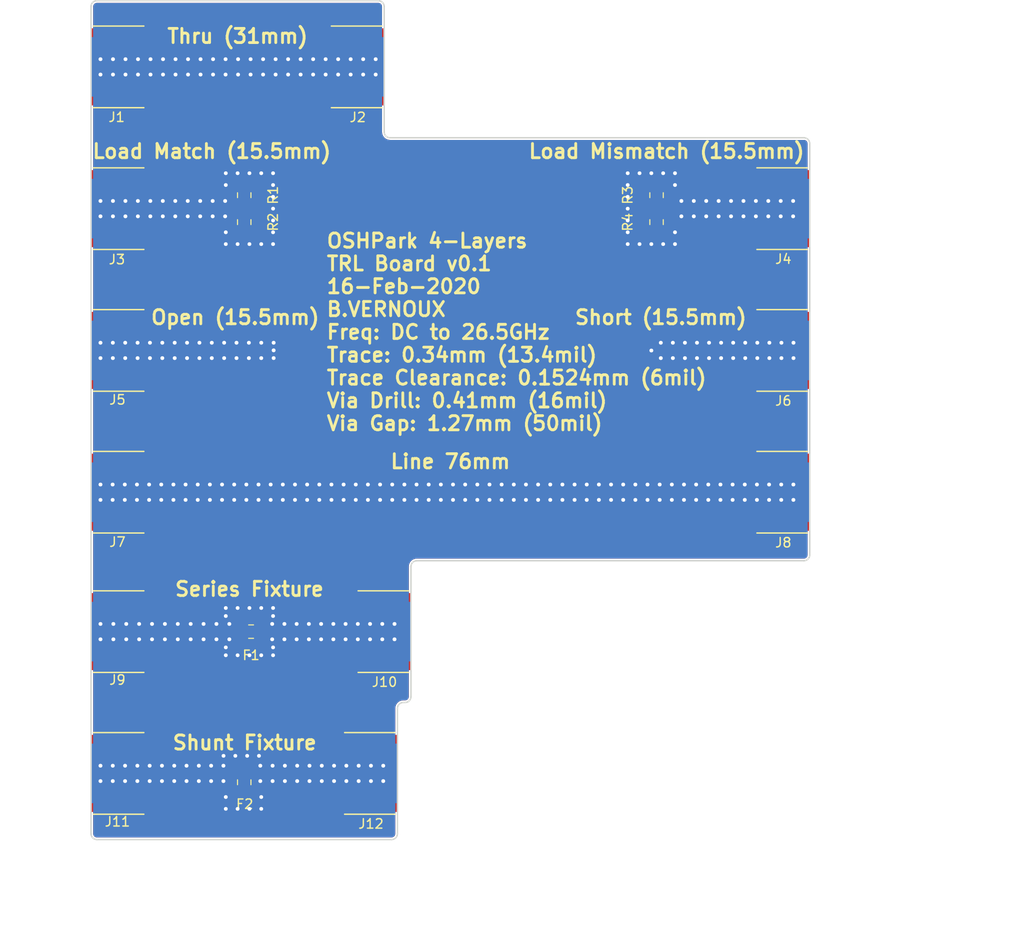
<source format=kicad_pcb>
(kicad_pcb (version 20171130) (host pcbnew "(5.1.5)-2")

  (general
    (thickness 1.6002)
    (drawings 44)
    (tracks 429)
    (zones 0)
    (modules 18)
    (nets 9)
  )

  (page A4)
  (title_block
    (title "TRL Calibration Board with Test Fixture")
    (date 2020-02-16)
    (rev 0.1)
  )

  (layers
    (0 Top signal)
    (1 In1.Cu signal)
    (2 In2.Cu signal)
    (31 Bottom signal)
    (32 B.Adhes user)
    (33 F.Adhes user)
    (34 B.Paste user)
    (35 F.Paste user)
    (36 B.SilkS user)
    (37 F.SilkS user)
    (38 B.Mask user)
    (39 F.Mask user)
    (40 Dwgs.User user)
    (41 Cmts.User user)
    (42 Eco1.User user)
    (43 Eco2.User user)
    (44 Edge.Cuts user)
    (45 Margin user)
    (46 B.CrtYd user)
    (47 F.CrtYd user)
    (48 B.Fab user)
    (49 F.Fab user)
  )

  (setup
    (last_trace_width 0.34036)
    (user_trace_width 0.7239)
    (user_trace_width 1)
    (trace_clearance 0.1524)
    (zone_clearance 0.1524)
    (zone_45_only no)
    (trace_min 0.1524)
    (via_size 0.762)
    (via_drill 0.4064)
    (via_min_size 0.4)
    (via_min_drill 0.3)
    (uvia_size 0.3)
    (uvia_drill 0.1)
    (uvias_allowed no)
    (uvia_min_size 0.2)
    (uvia_min_drill 0.1)
    (edge_width 0.15)
    (segment_width 0.2)
    (pcb_text_width 0.3)
    (pcb_text_size 1.5 1.5)
    (mod_edge_width 0.15)
    (mod_text_size 1 1)
    (mod_text_width 0.15)
    (pad_size 0.975 1.4)
    (pad_drill 0)
    (pad_to_mask_clearance 0.051)
    (solder_mask_min_width 0.1524)
    (aux_axis_origin 0 0)
    (grid_origin 183 172)
    (visible_elements 7FFFEFFF)
    (pcbplotparams
      (layerselection 0x010ff_ffffffff)
      (usegerberextensions true)
      (usegerberattributes false)
      (usegerberadvancedattributes false)
      (creategerberjobfile false)
      (excludeedgelayer true)
      (linewidth 0.152400)
      (plotframeref false)
      (viasonmask false)
      (mode 1)
      (useauxorigin false)
      (hpglpennumber 1)
      (hpglpenspeed 20)
      (hpglpendiameter 15.000000)
      (psnegative false)
      (psa4output false)
      (plotreference true)
      (plotvalue true)
      (plotinvisibletext false)
      (padsonsilk false)
      (subtractmaskfromsilk false)
      (outputformat 1)
      (mirror false)
      (drillshape 0)
      (scaleselection 1)
      (outputdirectory "Gerber/"))
  )

  (net 0 "")
  (net 1 "Net-(F1-Pad1)")
  (net 2 "Net-(F1-Pad2)")
  (net 3 GND)
  (net 4 "Net-(F2-Pad2)")
  (net 5 "Net-(J1-Pad1)")
  (net 6 "Net-(J3-Pad1)")
  (net 7 "Net-(J4-Pad1)")
  (net 8 "Net-(J7-Pad1)")

  (net_class Default "This is the default net class."
    (clearance 0.1524)
    (trace_width 0.34036)
    (via_dia 0.762)
    (via_drill 0.4064)
    (uvia_dia 0.3)
    (uvia_drill 0.1)
    (add_net GND)
    (add_net "Net-(F1-Pad1)")
    (add_net "Net-(F1-Pad2)")
    (add_net "Net-(F2-Pad2)")
    (add_net "Net-(J1-Pad1)")
    (add_net "Net-(J3-Pad1)")
    (add_net "Net-(J4-Pad1)")
    (add_net "Net-(J7-Pad1)")
  )

  (module kicad:SMA-Launcher_Cinch_142-0771-831 locked (layer Top) (tedit 5E0C940C) (tstamp 5C4DFC70)
    (at 135.63 132.58 270)
    (path /5C4B9A8D)
    (fp_text reference J12 (at 5.334 2.794 180) (layer F.SilkS)
      (effects (font (size 1 1) (thickness 0.15)))
    )
    (fp_text value 142-0771-831 (at 0 6.731 90) (layer F.Fab)
      (effects (font (size 1 1) (thickness 0.15)))
    )
    (fp_line (start 4.318 0.254) (end 4.318 5.588) (layer F.SilkS) (width 0.15))
    (fp_line (start -4.318 0.254) (end -4.318 5.588) (layer F.SilkS) (width 0.15))
    (fp_line (start -4.064 -9.5504) (end -4.064 5.5626) (layer F.CrtYd) (width 0.15))
    (fp_line (start 4.064 -9.5504) (end -4.064 -9.5504) (layer F.CrtYd) (width 0.15))
    (fp_line (start 4.064 5.5626) (end 4.064 -9.5504) (layer F.CrtYd) (width 0.15))
    (fp_line (start -4.064 5.5626) (end 4.064 5.5626) (layer F.CrtYd) (width 0.15))
    (fp_line (start 3.1242 -5.334) (end -3.1242 -5.0292) (layer F.Fab) (width 0.15))
    (fp_line (start 3.1242 -6.096) (end -3.1242 -5.7912) (layer F.Fab) (width 0.15))
    (fp_line (start 3.1242 -6.858) (end -3.1242 -6.5532) (layer F.Fab) (width 0.15))
    (fp_line (start 3.1242 -7.62) (end -3.1242 -7.3152) (layer F.Fab) (width 0.15))
    (fp_line (start 3.1242 -8.382) (end -3.1242 -8.0772) (layer F.Fab) (width 0.15))
    (fp_line (start 3.1242 -9.144) (end -3.1242 -8.8392) (layer F.Fab) (width 0.15))
    (fp_line (start 3.1242 0) (end 3.1242 -1.27) (layer F.Fab) (width 0.15))
    (fp_line (start 3.1242 -1.27) (end 2.7432 -1.651) (layer F.Fab) (width 0.15))
    (fp_line (start 2.7432 -1.651) (end 2.7432 -4.191) (layer F.Fab) (width 0.15))
    (fp_line (start 2.7432 -4.191) (end 3.1242 -4.572) (layer F.Fab) (width 0.15))
    (fp_line (start 3.1242 -4.572) (end 3.1242 -9.144) (layer F.Fab) (width 0.15))
    (fp_line (start 3.1242 -9.144) (end 2.7432 -9.525) (layer F.Fab) (width 0.15))
    (fp_line (start 0.8636 0) (end 0.8636 4.5466) (layer F.Fab) (width 0.15))
    (fp_line (start -0.8636 0) (end -0.8636 4.5466) (layer F.Fab) (width 0.15))
    (fp_line (start -3.1242 -9.144) (end -2.7432 -9.525) (layer F.Fab) (width 0.15))
    (fp_line (start -3.1242 -4.572) (end -3.1242 -9.144) (layer F.Fab) (width 0.15))
    (fp_line (start -2.7432 -4.191) (end -3.1242 -4.572) (layer F.Fab) (width 0.15))
    (fp_line (start -2.7432 -1.651) (end -2.7432 -4.191) (layer F.Fab) (width 0.15))
    (fp_line (start -3.1242 -1.27) (end -2.7432 -1.651) (layer F.Fab) (width 0.15))
    (fp_line (start -3.1242 0) (end -3.1242 -1.27) (layer F.Fab) (width 0.15))
    (fp_line (start -3.1242 0) (end 3.1242 0) (layer F.Fab) (width 0.15))
    (fp_line (start -2.7432 -9.525) (end 2.7432 -9.525) (layer F.Fab) (width 0.15))
    (fp_line (start 3.1242 0) (end 3.1242 4.5466) (layer F.Fab) (width 0.15))
    (fp_line (start -3.1242 4.5466) (end 3.1242 4.5466) (layer F.Fab) (width 0.15))
    (fp_line (start -3.1242 0) (end -3.1242 4.5466) (layer F.Fab) (width 0.15))
    (pad 2 smd rect (at 0 1.0922 270) (size 6.2992 2.1844) (layers Bottom B.Paste B.Mask)
      (net 3 GND))
    (pad 1 smd rect (at 0 0.4445 270) (size 0.4064 0.889) (layers Top F.Paste F.Mask)
      (net 4 "Net-(F2-Pad2)"))
    (pad 2 smd rect (at 2.4638 2.7686 270) (size 3.2258 5.5372) (layers Top F.Paste F.Mask)
      (net 3 GND))
    (pad 2 smd rect (at -2.4638 2.7686 270) (size 3.2258 5.5372) (layers Top F.Paste F.Mask)
      (net 3 GND))
    (model ${KISYS3DMOD}/Connectors_BELFUSE/142-0771-831.stp
      (at (xyz 0 0 0))
      (scale (xyz 1 1 1))
      (rotate (xyz 0 0 -90))
    )
  )

  (module kicad:SMA-Launcher_Cinch_142-0771-831 locked (layer Top) (tedit 5E0C940C) (tstamp 5C4A9017)
    (at 103.23 132.58 90)
    (path /5C4B9A80)
    (fp_text reference J11 (at -5.11 2.794 180) (layer F.SilkS)
      (effects (font (size 1 1) (thickness 0.15)))
    )
    (fp_text value 142-0771-831 (at 0 6.731 90) (layer F.Fab)
      (effects (font (size 1 1) (thickness 0.15)))
    )
    (fp_line (start 4.318 0.254) (end 4.318 5.588) (layer F.SilkS) (width 0.15))
    (fp_line (start -4.318 0.254) (end -4.318 5.588) (layer F.SilkS) (width 0.15))
    (fp_line (start -4.064 -9.5504) (end -4.064 5.5626) (layer F.CrtYd) (width 0.15))
    (fp_line (start 4.064 -9.5504) (end -4.064 -9.5504) (layer F.CrtYd) (width 0.15))
    (fp_line (start 4.064 5.5626) (end 4.064 -9.5504) (layer F.CrtYd) (width 0.15))
    (fp_line (start -4.064 5.5626) (end 4.064 5.5626) (layer F.CrtYd) (width 0.15))
    (fp_line (start 3.1242 -5.334) (end -3.1242 -5.0292) (layer F.Fab) (width 0.15))
    (fp_line (start 3.1242 -6.096) (end -3.1242 -5.7912) (layer F.Fab) (width 0.15))
    (fp_line (start 3.1242 -6.858) (end -3.1242 -6.5532) (layer F.Fab) (width 0.15))
    (fp_line (start 3.1242 -7.62) (end -3.1242 -7.3152) (layer F.Fab) (width 0.15))
    (fp_line (start 3.1242 -8.382) (end -3.1242 -8.0772) (layer F.Fab) (width 0.15))
    (fp_line (start 3.1242 -9.144) (end -3.1242 -8.8392) (layer F.Fab) (width 0.15))
    (fp_line (start 3.1242 0) (end 3.1242 -1.27) (layer F.Fab) (width 0.15))
    (fp_line (start 3.1242 -1.27) (end 2.7432 -1.651) (layer F.Fab) (width 0.15))
    (fp_line (start 2.7432 -1.651) (end 2.7432 -4.191) (layer F.Fab) (width 0.15))
    (fp_line (start 2.7432 -4.191) (end 3.1242 -4.572) (layer F.Fab) (width 0.15))
    (fp_line (start 3.1242 -4.572) (end 3.1242 -9.144) (layer F.Fab) (width 0.15))
    (fp_line (start 3.1242 -9.144) (end 2.7432 -9.525) (layer F.Fab) (width 0.15))
    (fp_line (start 0.8636 0) (end 0.8636 4.5466) (layer F.Fab) (width 0.15))
    (fp_line (start -0.8636 0) (end -0.8636 4.5466) (layer F.Fab) (width 0.15))
    (fp_line (start -3.1242 -9.144) (end -2.7432 -9.525) (layer F.Fab) (width 0.15))
    (fp_line (start -3.1242 -4.572) (end -3.1242 -9.144) (layer F.Fab) (width 0.15))
    (fp_line (start -2.7432 -4.191) (end -3.1242 -4.572) (layer F.Fab) (width 0.15))
    (fp_line (start -2.7432 -1.651) (end -2.7432 -4.191) (layer F.Fab) (width 0.15))
    (fp_line (start -3.1242 -1.27) (end -2.7432 -1.651) (layer F.Fab) (width 0.15))
    (fp_line (start -3.1242 0) (end -3.1242 -1.27) (layer F.Fab) (width 0.15))
    (fp_line (start -3.1242 0) (end 3.1242 0) (layer F.Fab) (width 0.15))
    (fp_line (start -2.7432 -9.525) (end 2.7432 -9.525) (layer F.Fab) (width 0.15))
    (fp_line (start 3.1242 0) (end 3.1242 4.5466) (layer F.Fab) (width 0.15))
    (fp_line (start -3.1242 4.5466) (end 3.1242 4.5466) (layer F.Fab) (width 0.15))
    (fp_line (start -3.1242 0) (end -3.1242 4.5466) (layer F.Fab) (width 0.15))
    (pad 2 smd rect (at 0 1.0922 90) (size 6.2992 2.1844) (layers Bottom B.Paste B.Mask)
      (net 3 GND))
    (pad 1 smd rect (at 0 0.4445 90) (size 0.4064 0.889) (layers Top F.Paste F.Mask)
      (net 4 "Net-(F2-Pad2)"))
    (pad 2 smd rect (at 2.4638 2.7686 90) (size 3.2258 5.5372) (layers Top F.Paste F.Mask)
      (net 3 GND))
    (pad 2 smd rect (at -2.4638 2.7686 90) (size 3.2258 5.5372) (layers Top F.Paste F.Mask)
      (net 3 GND))
    (model ${KISYS3DMOD}/Connectors_BELFUSE/142-0771-831.stp
      (at (xyz 0 0 0))
      (scale (xyz 1 1 1))
      (rotate (xyz 0 0 -90))
    )
  )

  (module kicad:SMA-Launcher_Cinch_142-0771-831 locked (layer Top) (tedit 5E0C940C) (tstamp 5C4E59F5)
    (at 137.06 117.58 270)
    (path /5C4B413F)
    (fp_text reference J10 (at 5.334 2.794 180) (layer F.SilkS)
      (effects (font (size 1 1) (thickness 0.15)))
    )
    (fp_text value 142-0771-831 (at 0 6.731 90) (layer F.Fab)
      (effects (font (size 1 1) (thickness 0.15)))
    )
    (fp_line (start 4.318 0.254) (end 4.318 5.588) (layer F.SilkS) (width 0.15))
    (fp_line (start -4.318 0.254) (end -4.318 5.588) (layer F.SilkS) (width 0.15))
    (fp_line (start -4.064 -9.5504) (end -4.064 5.5626) (layer F.CrtYd) (width 0.15))
    (fp_line (start 4.064 -9.5504) (end -4.064 -9.5504) (layer F.CrtYd) (width 0.15))
    (fp_line (start 4.064 5.5626) (end 4.064 -9.5504) (layer F.CrtYd) (width 0.15))
    (fp_line (start -4.064 5.5626) (end 4.064 5.5626) (layer F.CrtYd) (width 0.15))
    (fp_line (start 3.1242 -5.334) (end -3.1242 -5.0292) (layer F.Fab) (width 0.15))
    (fp_line (start 3.1242 -6.096) (end -3.1242 -5.7912) (layer F.Fab) (width 0.15))
    (fp_line (start 3.1242 -6.858) (end -3.1242 -6.5532) (layer F.Fab) (width 0.15))
    (fp_line (start 3.1242 -7.62) (end -3.1242 -7.3152) (layer F.Fab) (width 0.15))
    (fp_line (start 3.1242 -8.382) (end -3.1242 -8.0772) (layer F.Fab) (width 0.15))
    (fp_line (start 3.1242 -9.144) (end -3.1242 -8.8392) (layer F.Fab) (width 0.15))
    (fp_line (start 3.1242 0) (end 3.1242 -1.27) (layer F.Fab) (width 0.15))
    (fp_line (start 3.1242 -1.27) (end 2.7432 -1.651) (layer F.Fab) (width 0.15))
    (fp_line (start 2.7432 -1.651) (end 2.7432 -4.191) (layer F.Fab) (width 0.15))
    (fp_line (start 2.7432 -4.191) (end 3.1242 -4.572) (layer F.Fab) (width 0.15))
    (fp_line (start 3.1242 -4.572) (end 3.1242 -9.144) (layer F.Fab) (width 0.15))
    (fp_line (start 3.1242 -9.144) (end 2.7432 -9.525) (layer F.Fab) (width 0.15))
    (fp_line (start 0.8636 0) (end 0.8636 4.5466) (layer F.Fab) (width 0.15))
    (fp_line (start -0.8636 0) (end -0.8636 4.5466) (layer F.Fab) (width 0.15))
    (fp_line (start -3.1242 -9.144) (end -2.7432 -9.525) (layer F.Fab) (width 0.15))
    (fp_line (start -3.1242 -4.572) (end -3.1242 -9.144) (layer F.Fab) (width 0.15))
    (fp_line (start -2.7432 -4.191) (end -3.1242 -4.572) (layer F.Fab) (width 0.15))
    (fp_line (start -2.7432 -1.651) (end -2.7432 -4.191) (layer F.Fab) (width 0.15))
    (fp_line (start -3.1242 -1.27) (end -2.7432 -1.651) (layer F.Fab) (width 0.15))
    (fp_line (start -3.1242 0) (end -3.1242 -1.27) (layer F.Fab) (width 0.15))
    (fp_line (start -3.1242 0) (end 3.1242 0) (layer F.Fab) (width 0.15))
    (fp_line (start -2.7432 -9.525) (end 2.7432 -9.525) (layer F.Fab) (width 0.15))
    (fp_line (start 3.1242 0) (end 3.1242 4.5466) (layer F.Fab) (width 0.15))
    (fp_line (start -3.1242 4.5466) (end 3.1242 4.5466) (layer F.Fab) (width 0.15))
    (fp_line (start -3.1242 0) (end -3.1242 4.5466) (layer F.Fab) (width 0.15))
    (pad 2 smd rect (at 0 1.0922 270) (size 6.2992 2.1844) (layers Bottom B.Paste B.Mask)
      (net 3 GND))
    (pad 1 smd rect (at 0 0.4445 270) (size 0.4064 0.889) (layers Top F.Paste F.Mask)
      (net 1 "Net-(F1-Pad1)"))
    (pad 2 smd rect (at 2.4638 2.7686 270) (size 3.2258 5.5372) (layers Top F.Paste F.Mask)
      (net 3 GND))
    (pad 2 smd rect (at -2.4638 2.7686 270) (size 3.2258 5.5372) (layers Top F.Paste F.Mask)
      (net 3 GND))
    (model ${KISYS3DMOD}/Connectors_BELFUSE/142-0771-831.stp
      (at (xyz 0 0 0))
      (scale (xyz 1 1 1))
      (rotate (xyz 0 0 -90))
    )
  )

  (module kicad:SMA-Launcher_Cinch_142-0771-831 locked (layer Top) (tedit 5E0C940C) (tstamp 5C4DFF38)
    (at 103.23 117.58 90)
    (path /5C4B4132)
    (fp_text reference J9 (at -5.11 2.794 180) (layer F.SilkS)
      (effects (font (size 1 1) (thickness 0.15)))
    )
    (fp_text value 142-0771-831 (at 0 6.731 90) (layer F.Fab)
      (effects (font (size 1 1) (thickness 0.15)))
    )
    (fp_line (start 4.318 0.254) (end 4.318 5.588) (layer F.SilkS) (width 0.15))
    (fp_line (start -4.318 0.254) (end -4.318 5.588) (layer F.SilkS) (width 0.15))
    (fp_line (start -4.064 -9.5504) (end -4.064 5.5626) (layer F.CrtYd) (width 0.15))
    (fp_line (start 4.064 -9.5504) (end -4.064 -9.5504) (layer F.CrtYd) (width 0.15))
    (fp_line (start 4.064 5.5626) (end 4.064 -9.5504) (layer F.CrtYd) (width 0.15))
    (fp_line (start -4.064 5.5626) (end 4.064 5.5626) (layer F.CrtYd) (width 0.15))
    (fp_line (start 3.1242 -5.334) (end -3.1242 -5.0292) (layer F.Fab) (width 0.15))
    (fp_line (start 3.1242 -6.096) (end -3.1242 -5.7912) (layer F.Fab) (width 0.15))
    (fp_line (start 3.1242 -6.858) (end -3.1242 -6.5532) (layer F.Fab) (width 0.15))
    (fp_line (start 3.1242 -7.62) (end -3.1242 -7.3152) (layer F.Fab) (width 0.15))
    (fp_line (start 3.1242 -8.382) (end -3.1242 -8.0772) (layer F.Fab) (width 0.15))
    (fp_line (start 3.1242 -9.144) (end -3.1242 -8.8392) (layer F.Fab) (width 0.15))
    (fp_line (start 3.1242 0) (end 3.1242 -1.27) (layer F.Fab) (width 0.15))
    (fp_line (start 3.1242 -1.27) (end 2.7432 -1.651) (layer F.Fab) (width 0.15))
    (fp_line (start 2.7432 -1.651) (end 2.7432 -4.191) (layer F.Fab) (width 0.15))
    (fp_line (start 2.7432 -4.191) (end 3.1242 -4.572) (layer F.Fab) (width 0.15))
    (fp_line (start 3.1242 -4.572) (end 3.1242 -9.144) (layer F.Fab) (width 0.15))
    (fp_line (start 3.1242 -9.144) (end 2.7432 -9.525) (layer F.Fab) (width 0.15))
    (fp_line (start 0.8636 0) (end 0.8636 4.5466) (layer F.Fab) (width 0.15))
    (fp_line (start -0.8636 0) (end -0.8636 4.5466) (layer F.Fab) (width 0.15))
    (fp_line (start -3.1242 -9.144) (end -2.7432 -9.525) (layer F.Fab) (width 0.15))
    (fp_line (start -3.1242 -4.572) (end -3.1242 -9.144) (layer F.Fab) (width 0.15))
    (fp_line (start -2.7432 -4.191) (end -3.1242 -4.572) (layer F.Fab) (width 0.15))
    (fp_line (start -2.7432 -1.651) (end -2.7432 -4.191) (layer F.Fab) (width 0.15))
    (fp_line (start -3.1242 -1.27) (end -2.7432 -1.651) (layer F.Fab) (width 0.15))
    (fp_line (start -3.1242 0) (end -3.1242 -1.27) (layer F.Fab) (width 0.15))
    (fp_line (start -3.1242 0) (end 3.1242 0) (layer F.Fab) (width 0.15))
    (fp_line (start -2.7432 -9.525) (end 2.7432 -9.525) (layer F.Fab) (width 0.15))
    (fp_line (start 3.1242 0) (end 3.1242 4.5466) (layer F.Fab) (width 0.15))
    (fp_line (start -3.1242 4.5466) (end 3.1242 4.5466) (layer F.Fab) (width 0.15))
    (fp_line (start -3.1242 0) (end -3.1242 4.5466) (layer F.Fab) (width 0.15))
    (pad 2 smd rect (at 0 1.0922 90) (size 6.2992 2.1844) (layers Bottom B.Paste B.Mask)
      (net 3 GND))
    (pad 1 smd rect (at 0 0.4445 90) (size 0.4064 0.889) (layers Top F.Paste F.Mask)
      (net 2 "Net-(F1-Pad2)"))
    (pad 2 smd rect (at 2.4638 2.7686 90) (size 3.2258 5.5372) (layers Top F.Paste F.Mask)
      (net 3 GND))
    (pad 2 smd rect (at -2.4638 2.7686 90) (size 3.2258 5.5372) (layers Top F.Paste F.Mask)
      (net 3 GND))
    (model ${KISYS3DMOD}/Connectors_BELFUSE/142-0771-831.stp
      (at (xyz 0 0 0))
      (scale (xyz 1 1 1))
      (rotate (xyz 0 0 -90))
    )
  )

  (module kicad:SMA-Launcher_Cinch_142-0771-831 locked (layer Top) (tedit 5E0C940C) (tstamp 5C4A8FA5)
    (at 179.23 102.83 270)
    (path /5C4AF9A3)
    (fp_text reference J8 (at 5.334 2.794 180) (layer F.SilkS)
      (effects (font (size 1 1) (thickness 0.15)))
    )
    (fp_text value 142-0771-831 (at 0 6.731 90) (layer F.Fab)
      (effects (font (size 1 1) (thickness 0.15)))
    )
    (fp_line (start 4.318 0.254) (end 4.318 5.588) (layer F.SilkS) (width 0.15))
    (fp_line (start -4.318 0.254) (end -4.318 5.588) (layer F.SilkS) (width 0.15))
    (fp_line (start -4.064 -9.5504) (end -4.064 5.5626) (layer F.CrtYd) (width 0.15))
    (fp_line (start 4.064 -9.5504) (end -4.064 -9.5504) (layer F.CrtYd) (width 0.15))
    (fp_line (start 4.064 5.5626) (end 4.064 -9.5504) (layer F.CrtYd) (width 0.15))
    (fp_line (start -4.064 5.5626) (end 4.064 5.5626) (layer F.CrtYd) (width 0.15))
    (fp_line (start 3.1242 -5.334) (end -3.1242 -5.0292) (layer F.Fab) (width 0.15))
    (fp_line (start 3.1242 -6.096) (end -3.1242 -5.7912) (layer F.Fab) (width 0.15))
    (fp_line (start 3.1242 -6.858) (end -3.1242 -6.5532) (layer F.Fab) (width 0.15))
    (fp_line (start 3.1242 -7.62) (end -3.1242 -7.3152) (layer F.Fab) (width 0.15))
    (fp_line (start 3.1242 -8.382) (end -3.1242 -8.0772) (layer F.Fab) (width 0.15))
    (fp_line (start 3.1242 -9.144) (end -3.1242 -8.8392) (layer F.Fab) (width 0.15))
    (fp_line (start 3.1242 0) (end 3.1242 -1.27) (layer F.Fab) (width 0.15))
    (fp_line (start 3.1242 -1.27) (end 2.7432 -1.651) (layer F.Fab) (width 0.15))
    (fp_line (start 2.7432 -1.651) (end 2.7432 -4.191) (layer F.Fab) (width 0.15))
    (fp_line (start 2.7432 -4.191) (end 3.1242 -4.572) (layer F.Fab) (width 0.15))
    (fp_line (start 3.1242 -4.572) (end 3.1242 -9.144) (layer F.Fab) (width 0.15))
    (fp_line (start 3.1242 -9.144) (end 2.7432 -9.525) (layer F.Fab) (width 0.15))
    (fp_line (start 0.8636 0) (end 0.8636 4.5466) (layer F.Fab) (width 0.15))
    (fp_line (start -0.8636 0) (end -0.8636 4.5466) (layer F.Fab) (width 0.15))
    (fp_line (start -3.1242 -9.144) (end -2.7432 -9.525) (layer F.Fab) (width 0.15))
    (fp_line (start -3.1242 -4.572) (end -3.1242 -9.144) (layer F.Fab) (width 0.15))
    (fp_line (start -2.7432 -4.191) (end -3.1242 -4.572) (layer F.Fab) (width 0.15))
    (fp_line (start -2.7432 -1.651) (end -2.7432 -4.191) (layer F.Fab) (width 0.15))
    (fp_line (start -3.1242 -1.27) (end -2.7432 -1.651) (layer F.Fab) (width 0.15))
    (fp_line (start -3.1242 0) (end -3.1242 -1.27) (layer F.Fab) (width 0.15))
    (fp_line (start -3.1242 0) (end 3.1242 0) (layer F.Fab) (width 0.15))
    (fp_line (start -2.7432 -9.525) (end 2.7432 -9.525) (layer F.Fab) (width 0.15))
    (fp_line (start 3.1242 0) (end 3.1242 4.5466) (layer F.Fab) (width 0.15))
    (fp_line (start -3.1242 4.5466) (end 3.1242 4.5466) (layer F.Fab) (width 0.15))
    (fp_line (start -3.1242 0) (end -3.1242 4.5466) (layer F.Fab) (width 0.15))
    (pad 2 smd rect (at 0 1.0922 270) (size 6.2992 2.1844) (layers Bottom B.Paste B.Mask)
      (net 3 GND))
    (pad 1 smd rect (at 0 0.4445 270) (size 0.4064 0.889) (layers Top F.Paste F.Mask)
      (net 8 "Net-(J7-Pad1)"))
    (pad 2 smd rect (at 2.4638 2.7686 270) (size 3.2258 5.5372) (layers Top F.Paste F.Mask)
      (net 3 GND))
    (pad 2 smd rect (at -2.4638 2.7686 270) (size 3.2258 5.5372) (layers Top F.Paste F.Mask)
      (net 3 GND))
    (model ${KISYS3DMOD}/Connectors_BELFUSE/142-0771-831.stp
      (at (xyz 0 0 0))
      (scale (xyz 1 1 1))
      (rotate (xyz 0 0 -90))
    )
  )

  (module kicad:SMA-Launcher_Cinch_142-0771-831 locked (layer Top) (tedit 5E0C940C) (tstamp 5C4A8F7F)
    (at 103.23 102.83 90)
    (path /5C4AF88E)
    (fp_text reference J7 (at -5.27 2.794 180) (layer F.SilkS)
      (effects (font (size 1 1) (thickness 0.15)))
    )
    (fp_text value 142-0771-831 (at 0 6.731 90) (layer F.Fab)
      (effects (font (size 1 1) (thickness 0.15)))
    )
    (fp_line (start 4.318 0.254) (end 4.318 5.588) (layer F.SilkS) (width 0.15))
    (fp_line (start -4.318 0.254) (end -4.318 5.588) (layer F.SilkS) (width 0.15))
    (fp_line (start -4.064 -9.5504) (end -4.064 5.5626) (layer F.CrtYd) (width 0.15))
    (fp_line (start 4.064 -9.5504) (end -4.064 -9.5504) (layer F.CrtYd) (width 0.15))
    (fp_line (start 4.064 5.5626) (end 4.064 -9.5504) (layer F.CrtYd) (width 0.15))
    (fp_line (start -4.064 5.5626) (end 4.064 5.5626) (layer F.CrtYd) (width 0.15))
    (fp_line (start 3.1242 -5.334) (end -3.1242 -5.0292) (layer F.Fab) (width 0.15))
    (fp_line (start 3.1242 -6.096) (end -3.1242 -5.7912) (layer F.Fab) (width 0.15))
    (fp_line (start 3.1242 -6.858) (end -3.1242 -6.5532) (layer F.Fab) (width 0.15))
    (fp_line (start 3.1242 -7.62) (end -3.1242 -7.3152) (layer F.Fab) (width 0.15))
    (fp_line (start 3.1242 -8.382) (end -3.1242 -8.0772) (layer F.Fab) (width 0.15))
    (fp_line (start 3.1242 -9.144) (end -3.1242 -8.8392) (layer F.Fab) (width 0.15))
    (fp_line (start 3.1242 0) (end 3.1242 -1.27) (layer F.Fab) (width 0.15))
    (fp_line (start 3.1242 -1.27) (end 2.7432 -1.651) (layer F.Fab) (width 0.15))
    (fp_line (start 2.7432 -1.651) (end 2.7432 -4.191) (layer F.Fab) (width 0.15))
    (fp_line (start 2.7432 -4.191) (end 3.1242 -4.572) (layer F.Fab) (width 0.15))
    (fp_line (start 3.1242 -4.572) (end 3.1242 -9.144) (layer F.Fab) (width 0.15))
    (fp_line (start 3.1242 -9.144) (end 2.7432 -9.525) (layer F.Fab) (width 0.15))
    (fp_line (start 0.8636 0) (end 0.8636 4.5466) (layer F.Fab) (width 0.15))
    (fp_line (start -0.8636 0) (end -0.8636 4.5466) (layer F.Fab) (width 0.15))
    (fp_line (start -3.1242 -9.144) (end -2.7432 -9.525) (layer F.Fab) (width 0.15))
    (fp_line (start -3.1242 -4.572) (end -3.1242 -9.144) (layer F.Fab) (width 0.15))
    (fp_line (start -2.7432 -4.191) (end -3.1242 -4.572) (layer F.Fab) (width 0.15))
    (fp_line (start -2.7432 -1.651) (end -2.7432 -4.191) (layer F.Fab) (width 0.15))
    (fp_line (start -3.1242 -1.27) (end -2.7432 -1.651) (layer F.Fab) (width 0.15))
    (fp_line (start -3.1242 0) (end -3.1242 -1.27) (layer F.Fab) (width 0.15))
    (fp_line (start -3.1242 0) (end 3.1242 0) (layer F.Fab) (width 0.15))
    (fp_line (start -2.7432 -9.525) (end 2.7432 -9.525) (layer F.Fab) (width 0.15))
    (fp_line (start 3.1242 0) (end 3.1242 4.5466) (layer F.Fab) (width 0.15))
    (fp_line (start -3.1242 4.5466) (end 3.1242 4.5466) (layer F.Fab) (width 0.15))
    (fp_line (start -3.1242 0) (end -3.1242 4.5466) (layer F.Fab) (width 0.15))
    (pad 2 smd rect (at 0 1.0922 90) (size 6.2992 2.1844) (layers Bottom B.Paste B.Mask)
      (net 3 GND))
    (pad 1 smd rect (at 0 0.4445 90) (size 0.4064 0.889) (layers Top F.Paste F.Mask)
      (net 8 "Net-(J7-Pad1)"))
    (pad 2 smd rect (at 2.4638 2.7686 90) (size 3.2258 5.5372) (layers Top F.Paste F.Mask)
      (net 3 GND))
    (pad 2 smd rect (at -2.4638 2.7686 90) (size 3.2258 5.5372) (layers Top F.Paste F.Mask)
      (net 3 GND))
    (model ${KISYS3DMOD}/Connectors_BELFUSE/142-0771-831.stp
      (at (xyz 0 0 0))
      (scale (xyz 1 1 1))
      (rotate (xyz 0 0 -90))
    )
  )

  (module kicad:SMA-Launcher_Cinch_142-0771-831 locked (layer Top) (tedit 5E0C940C) (tstamp 5C4A8F59)
    (at 179.23 87.83 270)
    (path /5C4B2911)
    (fp_text reference J6 (at 5.334 2.794 180) (layer F.SilkS)
      (effects (font (size 1 1) (thickness 0.15)))
    )
    (fp_text value 142-0771-831 (at 0 6.731 90) (layer F.Fab)
      (effects (font (size 1 1) (thickness 0.15)))
    )
    (fp_line (start 4.318 0.254) (end 4.318 5.588) (layer F.SilkS) (width 0.15))
    (fp_line (start -4.318 0.254) (end -4.318 5.588) (layer F.SilkS) (width 0.15))
    (fp_line (start -4.064 -9.5504) (end -4.064 5.5626) (layer F.CrtYd) (width 0.15))
    (fp_line (start 4.064 -9.5504) (end -4.064 -9.5504) (layer F.CrtYd) (width 0.15))
    (fp_line (start 4.064 5.5626) (end 4.064 -9.5504) (layer F.CrtYd) (width 0.15))
    (fp_line (start -4.064 5.5626) (end 4.064 5.5626) (layer F.CrtYd) (width 0.15))
    (fp_line (start 3.1242 -5.334) (end -3.1242 -5.0292) (layer F.Fab) (width 0.15))
    (fp_line (start 3.1242 -6.096) (end -3.1242 -5.7912) (layer F.Fab) (width 0.15))
    (fp_line (start 3.1242 -6.858) (end -3.1242 -6.5532) (layer F.Fab) (width 0.15))
    (fp_line (start 3.1242 -7.62) (end -3.1242 -7.3152) (layer F.Fab) (width 0.15))
    (fp_line (start 3.1242 -8.382) (end -3.1242 -8.0772) (layer F.Fab) (width 0.15))
    (fp_line (start 3.1242 -9.144) (end -3.1242 -8.8392) (layer F.Fab) (width 0.15))
    (fp_line (start 3.1242 0) (end 3.1242 -1.27) (layer F.Fab) (width 0.15))
    (fp_line (start 3.1242 -1.27) (end 2.7432 -1.651) (layer F.Fab) (width 0.15))
    (fp_line (start 2.7432 -1.651) (end 2.7432 -4.191) (layer F.Fab) (width 0.15))
    (fp_line (start 2.7432 -4.191) (end 3.1242 -4.572) (layer F.Fab) (width 0.15))
    (fp_line (start 3.1242 -4.572) (end 3.1242 -9.144) (layer F.Fab) (width 0.15))
    (fp_line (start 3.1242 -9.144) (end 2.7432 -9.525) (layer F.Fab) (width 0.15))
    (fp_line (start 0.8636 0) (end 0.8636 4.5466) (layer F.Fab) (width 0.15))
    (fp_line (start -0.8636 0) (end -0.8636 4.5466) (layer F.Fab) (width 0.15))
    (fp_line (start -3.1242 -9.144) (end -2.7432 -9.525) (layer F.Fab) (width 0.15))
    (fp_line (start -3.1242 -4.572) (end -3.1242 -9.144) (layer F.Fab) (width 0.15))
    (fp_line (start -2.7432 -4.191) (end -3.1242 -4.572) (layer F.Fab) (width 0.15))
    (fp_line (start -2.7432 -1.651) (end -2.7432 -4.191) (layer F.Fab) (width 0.15))
    (fp_line (start -3.1242 -1.27) (end -2.7432 -1.651) (layer F.Fab) (width 0.15))
    (fp_line (start -3.1242 0) (end -3.1242 -1.27) (layer F.Fab) (width 0.15))
    (fp_line (start -3.1242 0) (end 3.1242 0) (layer F.Fab) (width 0.15))
    (fp_line (start -2.7432 -9.525) (end 2.7432 -9.525) (layer F.Fab) (width 0.15))
    (fp_line (start 3.1242 0) (end 3.1242 4.5466) (layer F.Fab) (width 0.15))
    (fp_line (start -3.1242 4.5466) (end 3.1242 4.5466) (layer F.Fab) (width 0.15))
    (fp_line (start -3.1242 0) (end -3.1242 4.5466) (layer F.Fab) (width 0.15))
    (pad 2 smd rect (at 0 1.0922 270) (size 6.2992 2.1844) (layers Bottom B.Paste B.Mask)
      (net 3 GND))
    (pad 1 smd rect (at 0 0.4445 270) (size 0.4064 0.889) (layers Top F.Paste F.Mask)
      (net 3 GND))
    (pad 2 smd rect (at 2.4638 2.7686 270) (size 3.2258 5.5372) (layers Top F.Paste F.Mask)
      (net 3 GND))
    (pad 2 smd rect (at -2.4638 2.7686 270) (size 3.2258 5.5372) (layers Top F.Paste F.Mask)
      (net 3 GND))
    (model ${KISYS3DMOD}/Connectors_BELFUSE/142-0771-831.stp
      (at (xyz 0 0 0))
      (scale (xyz 1 1 1))
      (rotate (xyz 0 0 -90))
    )
  )

  (module kicad:SMA-Launcher_Cinch_142-0771-831 locked (layer Top) (tedit 5E0C940C) (tstamp 5C4A8F33)
    (at 103.23 87.83 90)
    (path /5C4A344C)
    (fp_text reference J5 (at -5.22 2.794 180) (layer F.SilkS)
      (effects (font (size 1 1) (thickness 0.15)))
    )
    (fp_text value 142-0771-831 (at 0 6.731 90) (layer F.Fab)
      (effects (font (size 1 1) (thickness 0.15)))
    )
    (fp_line (start 4.318 0.254) (end 4.318 5.588) (layer F.SilkS) (width 0.15))
    (fp_line (start -4.318 0.254) (end -4.318 5.588) (layer F.SilkS) (width 0.15))
    (fp_line (start -4.064 -9.5504) (end -4.064 5.5626) (layer F.CrtYd) (width 0.15))
    (fp_line (start 4.064 -9.5504) (end -4.064 -9.5504) (layer F.CrtYd) (width 0.15))
    (fp_line (start 4.064 5.5626) (end 4.064 -9.5504) (layer F.CrtYd) (width 0.15))
    (fp_line (start -4.064 5.5626) (end 4.064 5.5626) (layer F.CrtYd) (width 0.15))
    (fp_line (start 3.1242 -5.334) (end -3.1242 -5.0292) (layer F.Fab) (width 0.15))
    (fp_line (start 3.1242 -6.096) (end -3.1242 -5.7912) (layer F.Fab) (width 0.15))
    (fp_line (start 3.1242 -6.858) (end -3.1242 -6.5532) (layer F.Fab) (width 0.15))
    (fp_line (start 3.1242 -7.62) (end -3.1242 -7.3152) (layer F.Fab) (width 0.15))
    (fp_line (start 3.1242 -8.382) (end -3.1242 -8.0772) (layer F.Fab) (width 0.15))
    (fp_line (start 3.1242 -9.144) (end -3.1242 -8.8392) (layer F.Fab) (width 0.15))
    (fp_line (start 3.1242 0) (end 3.1242 -1.27) (layer F.Fab) (width 0.15))
    (fp_line (start 3.1242 -1.27) (end 2.7432 -1.651) (layer F.Fab) (width 0.15))
    (fp_line (start 2.7432 -1.651) (end 2.7432 -4.191) (layer F.Fab) (width 0.15))
    (fp_line (start 2.7432 -4.191) (end 3.1242 -4.572) (layer F.Fab) (width 0.15))
    (fp_line (start 3.1242 -4.572) (end 3.1242 -9.144) (layer F.Fab) (width 0.15))
    (fp_line (start 3.1242 -9.144) (end 2.7432 -9.525) (layer F.Fab) (width 0.15))
    (fp_line (start 0.8636 0) (end 0.8636 4.5466) (layer F.Fab) (width 0.15))
    (fp_line (start -0.8636 0) (end -0.8636 4.5466) (layer F.Fab) (width 0.15))
    (fp_line (start -3.1242 -9.144) (end -2.7432 -9.525) (layer F.Fab) (width 0.15))
    (fp_line (start -3.1242 -4.572) (end -3.1242 -9.144) (layer F.Fab) (width 0.15))
    (fp_line (start -2.7432 -4.191) (end -3.1242 -4.572) (layer F.Fab) (width 0.15))
    (fp_line (start -2.7432 -1.651) (end -2.7432 -4.191) (layer F.Fab) (width 0.15))
    (fp_line (start -3.1242 -1.27) (end -2.7432 -1.651) (layer F.Fab) (width 0.15))
    (fp_line (start -3.1242 0) (end -3.1242 -1.27) (layer F.Fab) (width 0.15))
    (fp_line (start -3.1242 0) (end 3.1242 0) (layer F.Fab) (width 0.15))
    (fp_line (start -2.7432 -9.525) (end 2.7432 -9.525) (layer F.Fab) (width 0.15))
    (fp_line (start 3.1242 0) (end 3.1242 4.5466) (layer F.Fab) (width 0.15))
    (fp_line (start -3.1242 4.5466) (end 3.1242 4.5466) (layer F.Fab) (width 0.15))
    (fp_line (start -3.1242 0) (end -3.1242 4.5466) (layer F.Fab) (width 0.15))
    (pad 2 smd rect (at 0 1.0922 90) (size 6.2992 2.1844) (layers Bottom B.Paste B.Mask)
      (net 3 GND))
    (pad 1 smd rect (at 0 0.4445 90) (size 0.4064 0.889) (layers Top F.Paste F.Mask))
    (pad 2 smd rect (at 2.4638 2.7686 90) (size 3.2258 5.5372) (layers Top F.Paste F.Mask)
      (net 3 GND))
    (pad 2 smd rect (at -2.4638 2.7686 90) (size 3.2258 5.5372) (layers Top F.Paste F.Mask)
      (net 3 GND))
    (model ${KISYS3DMOD}/Connectors_BELFUSE/142-0771-831.stp
      (at (xyz 0 0 0))
      (scale (xyz 1 1 1))
      (rotate (xyz 0 0 -90))
    )
  )

  (module kicad:SMA-Launcher_Cinch_142-0771-831 locked (layer Top) (tedit 5E0C940C) (tstamp 5C4A8F0D)
    (at 179.23 72.83 270)
    (path /5C4A4747)
    (fp_text reference J4 (at 5.334 2.794 180) (layer F.SilkS)
      (effects (font (size 1 1) (thickness 0.15)))
    )
    (fp_text value 142-0771-831 (at 0 6.731 90) (layer F.Fab)
      (effects (font (size 1 1) (thickness 0.15)))
    )
    (fp_line (start 4.318 0.254) (end 4.318 5.588) (layer F.SilkS) (width 0.15))
    (fp_line (start -4.318 0.254) (end -4.318 5.588) (layer F.SilkS) (width 0.15))
    (fp_line (start -4.064 -9.5504) (end -4.064 5.5626) (layer F.CrtYd) (width 0.15))
    (fp_line (start 4.064 -9.5504) (end -4.064 -9.5504) (layer F.CrtYd) (width 0.15))
    (fp_line (start 4.064 5.5626) (end 4.064 -9.5504) (layer F.CrtYd) (width 0.15))
    (fp_line (start -4.064 5.5626) (end 4.064 5.5626) (layer F.CrtYd) (width 0.15))
    (fp_line (start 3.1242 -5.334) (end -3.1242 -5.0292) (layer F.Fab) (width 0.15))
    (fp_line (start 3.1242 -6.096) (end -3.1242 -5.7912) (layer F.Fab) (width 0.15))
    (fp_line (start 3.1242 -6.858) (end -3.1242 -6.5532) (layer F.Fab) (width 0.15))
    (fp_line (start 3.1242 -7.62) (end -3.1242 -7.3152) (layer F.Fab) (width 0.15))
    (fp_line (start 3.1242 -8.382) (end -3.1242 -8.0772) (layer F.Fab) (width 0.15))
    (fp_line (start 3.1242 -9.144) (end -3.1242 -8.8392) (layer F.Fab) (width 0.15))
    (fp_line (start 3.1242 0) (end 3.1242 -1.27) (layer F.Fab) (width 0.15))
    (fp_line (start 3.1242 -1.27) (end 2.7432 -1.651) (layer F.Fab) (width 0.15))
    (fp_line (start 2.7432 -1.651) (end 2.7432 -4.191) (layer F.Fab) (width 0.15))
    (fp_line (start 2.7432 -4.191) (end 3.1242 -4.572) (layer F.Fab) (width 0.15))
    (fp_line (start 3.1242 -4.572) (end 3.1242 -9.144) (layer F.Fab) (width 0.15))
    (fp_line (start 3.1242 -9.144) (end 2.7432 -9.525) (layer F.Fab) (width 0.15))
    (fp_line (start 0.8636 0) (end 0.8636 4.5466) (layer F.Fab) (width 0.15))
    (fp_line (start -0.8636 0) (end -0.8636 4.5466) (layer F.Fab) (width 0.15))
    (fp_line (start -3.1242 -9.144) (end -2.7432 -9.525) (layer F.Fab) (width 0.15))
    (fp_line (start -3.1242 -4.572) (end -3.1242 -9.144) (layer F.Fab) (width 0.15))
    (fp_line (start -2.7432 -4.191) (end -3.1242 -4.572) (layer F.Fab) (width 0.15))
    (fp_line (start -2.7432 -1.651) (end -2.7432 -4.191) (layer F.Fab) (width 0.15))
    (fp_line (start -3.1242 -1.27) (end -2.7432 -1.651) (layer F.Fab) (width 0.15))
    (fp_line (start -3.1242 0) (end -3.1242 -1.27) (layer F.Fab) (width 0.15))
    (fp_line (start -3.1242 0) (end 3.1242 0) (layer F.Fab) (width 0.15))
    (fp_line (start -2.7432 -9.525) (end 2.7432 -9.525) (layer F.Fab) (width 0.15))
    (fp_line (start 3.1242 0) (end 3.1242 4.5466) (layer F.Fab) (width 0.15))
    (fp_line (start -3.1242 4.5466) (end 3.1242 4.5466) (layer F.Fab) (width 0.15))
    (fp_line (start -3.1242 0) (end -3.1242 4.5466) (layer F.Fab) (width 0.15))
    (pad 2 smd rect (at 0 1.0922 270) (size 6.2992 2.1844) (layers Bottom B.Paste B.Mask)
      (net 3 GND))
    (pad 1 smd rect (at 0 0.4445 270) (size 0.4064 0.889) (layers Top F.Paste F.Mask)
      (net 7 "Net-(J4-Pad1)"))
    (pad 2 smd rect (at 2.4638 2.7686 270) (size 3.2258 5.5372) (layers Top F.Paste F.Mask)
      (net 3 GND))
    (pad 2 smd rect (at -2.4638 2.7686 270) (size 3.2258 5.5372) (layers Top F.Paste F.Mask)
      (net 3 GND))
    (model ${KISYS3DMOD}/Connectors_BELFUSE/142-0771-831.stp
      (at (xyz 0 0 0))
      (scale (xyz 1 1 1))
      (rotate (xyz 0 0 -90))
    )
  )

  (module kicad:SMA-Launcher_Cinch_142-0771-831 locked (layer Top) (tedit 5E0C940C) (tstamp 5C4A8EE7)
    (at 103.23 72.83 90)
    (path /5C4B1FBF)
    (fp_text reference J3 (at -5.38 2.74 180) (layer F.SilkS)
      (effects (font (size 1 1) (thickness 0.15)))
    )
    (fp_text value 142-0771-831 (at 0 6.731 90) (layer F.Fab)
      (effects (font (size 1 1) (thickness 0.15)))
    )
    (fp_line (start 4.318 0.254) (end 4.318 5.588) (layer F.SilkS) (width 0.15))
    (fp_line (start -4.318 0.254) (end -4.318 5.588) (layer F.SilkS) (width 0.15))
    (fp_line (start -4.064 -9.5504) (end -4.064 5.5626) (layer F.CrtYd) (width 0.15))
    (fp_line (start 4.064 -9.5504) (end -4.064 -9.5504) (layer F.CrtYd) (width 0.15))
    (fp_line (start 4.064 5.5626) (end 4.064 -9.5504) (layer F.CrtYd) (width 0.15))
    (fp_line (start -4.064 5.5626) (end 4.064 5.5626) (layer F.CrtYd) (width 0.15))
    (fp_line (start 3.1242 -5.334) (end -3.1242 -5.0292) (layer F.Fab) (width 0.15))
    (fp_line (start 3.1242 -6.096) (end -3.1242 -5.7912) (layer F.Fab) (width 0.15))
    (fp_line (start 3.1242 -6.858) (end -3.1242 -6.5532) (layer F.Fab) (width 0.15))
    (fp_line (start 3.1242 -7.62) (end -3.1242 -7.3152) (layer F.Fab) (width 0.15))
    (fp_line (start 3.1242 -8.382) (end -3.1242 -8.0772) (layer F.Fab) (width 0.15))
    (fp_line (start 3.1242 -9.144) (end -3.1242 -8.8392) (layer F.Fab) (width 0.15))
    (fp_line (start 3.1242 0) (end 3.1242 -1.27) (layer F.Fab) (width 0.15))
    (fp_line (start 3.1242 -1.27) (end 2.7432 -1.651) (layer F.Fab) (width 0.15))
    (fp_line (start 2.7432 -1.651) (end 2.7432 -4.191) (layer F.Fab) (width 0.15))
    (fp_line (start 2.7432 -4.191) (end 3.1242 -4.572) (layer F.Fab) (width 0.15))
    (fp_line (start 3.1242 -4.572) (end 3.1242 -9.144) (layer F.Fab) (width 0.15))
    (fp_line (start 3.1242 -9.144) (end 2.7432 -9.525) (layer F.Fab) (width 0.15))
    (fp_line (start 0.8636 0) (end 0.8636 4.5466) (layer F.Fab) (width 0.15))
    (fp_line (start -0.8636 0) (end -0.8636 4.5466) (layer F.Fab) (width 0.15))
    (fp_line (start -3.1242 -9.144) (end -2.7432 -9.525) (layer F.Fab) (width 0.15))
    (fp_line (start -3.1242 -4.572) (end -3.1242 -9.144) (layer F.Fab) (width 0.15))
    (fp_line (start -2.7432 -4.191) (end -3.1242 -4.572) (layer F.Fab) (width 0.15))
    (fp_line (start -2.7432 -1.651) (end -2.7432 -4.191) (layer F.Fab) (width 0.15))
    (fp_line (start -3.1242 -1.27) (end -2.7432 -1.651) (layer F.Fab) (width 0.15))
    (fp_line (start -3.1242 0) (end -3.1242 -1.27) (layer F.Fab) (width 0.15))
    (fp_line (start -3.1242 0) (end 3.1242 0) (layer F.Fab) (width 0.15))
    (fp_line (start -2.7432 -9.525) (end 2.7432 -9.525) (layer F.Fab) (width 0.15))
    (fp_line (start 3.1242 0) (end 3.1242 4.5466) (layer F.Fab) (width 0.15))
    (fp_line (start -3.1242 4.5466) (end 3.1242 4.5466) (layer F.Fab) (width 0.15))
    (fp_line (start -3.1242 0) (end -3.1242 4.5466) (layer F.Fab) (width 0.15))
    (pad 2 smd rect (at 0 1.0922 90) (size 6.2992 2.1844) (layers Bottom B.Paste B.Mask)
      (net 3 GND))
    (pad 1 smd rect (at 0 0.4445 90) (size 0.4064 0.889) (layers Top F.Paste F.Mask)
      (net 6 "Net-(J3-Pad1)"))
    (pad 2 smd rect (at 2.4638 2.7686 90) (size 3.2258 5.5372) (layers Top F.Paste F.Mask)
      (net 3 GND))
    (pad 2 smd rect (at -2.4638 2.7686 90) (size 3.2258 5.5372) (layers Top F.Paste F.Mask)
      (net 3 GND))
    (model ${KISYS3DMOD}/Connectors_BELFUSE/142-0771-831.stp
      (at (xyz 0 0 0))
      (scale (xyz 1 1 1))
      (rotate (xyz 0 0 -90))
    )
  )

  (module kicad:SMA-Launcher_Cinch_142-0771-831 locked (layer Top) (tedit 5E0C940C) (tstamp 5C4A8EC1)
    (at 134.23 57.83 270)
    (path /5C4B04A6)
    (fp_text reference J2 (at 5.334 2.794 180) (layer F.SilkS)
      (effects (font (size 1 1) (thickness 0.15)))
    )
    (fp_text value 142-0771-831 (at 0 6.731 90) (layer F.Fab)
      (effects (font (size 1 1) (thickness 0.15)))
    )
    (fp_line (start 4.318 0.254) (end 4.318 5.588) (layer F.SilkS) (width 0.15))
    (fp_line (start -4.318 0.254) (end -4.318 5.588) (layer F.SilkS) (width 0.15))
    (fp_line (start -4.064 -9.5504) (end -4.064 5.5626) (layer F.CrtYd) (width 0.15))
    (fp_line (start 4.064 -9.5504) (end -4.064 -9.5504) (layer F.CrtYd) (width 0.15))
    (fp_line (start 4.064 5.5626) (end 4.064 -9.5504) (layer F.CrtYd) (width 0.15))
    (fp_line (start -4.064 5.5626) (end 4.064 5.5626) (layer F.CrtYd) (width 0.15))
    (fp_line (start 3.1242 -5.334) (end -3.1242 -5.0292) (layer F.Fab) (width 0.15))
    (fp_line (start 3.1242 -6.096) (end -3.1242 -5.7912) (layer F.Fab) (width 0.15))
    (fp_line (start 3.1242 -6.858) (end -3.1242 -6.5532) (layer F.Fab) (width 0.15))
    (fp_line (start 3.1242 -7.62) (end -3.1242 -7.3152) (layer F.Fab) (width 0.15))
    (fp_line (start 3.1242 -8.382) (end -3.1242 -8.0772) (layer F.Fab) (width 0.15))
    (fp_line (start 3.1242 -9.144) (end -3.1242 -8.8392) (layer F.Fab) (width 0.15))
    (fp_line (start 3.1242 0) (end 3.1242 -1.27) (layer F.Fab) (width 0.15))
    (fp_line (start 3.1242 -1.27) (end 2.7432 -1.651) (layer F.Fab) (width 0.15))
    (fp_line (start 2.7432 -1.651) (end 2.7432 -4.191) (layer F.Fab) (width 0.15))
    (fp_line (start 2.7432 -4.191) (end 3.1242 -4.572) (layer F.Fab) (width 0.15))
    (fp_line (start 3.1242 -4.572) (end 3.1242 -9.144) (layer F.Fab) (width 0.15))
    (fp_line (start 3.1242 -9.144) (end 2.7432 -9.525) (layer F.Fab) (width 0.15))
    (fp_line (start 0.8636 0) (end 0.8636 4.5466) (layer F.Fab) (width 0.15))
    (fp_line (start -0.8636 0) (end -0.8636 4.5466) (layer F.Fab) (width 0.15))
    (fp_line (start -3.1242 -9.144) (end -2.7432 -9.525) (layer F.Fab) (width 0.15))
    (fp_line (start -3.1242 -4.572) (end -3.1242 -9.144) (layer F.Fab) (width 0.15))
    (fp_line (start -2.7432 -4.191) (end -3.1242 -4.572) (layer F.Fab) (width 0.15))
    (fp_line (start -2.7432 -1.651) (end -2.7432 -4.191) (layer F.Fab) (width 0.15))
    (fp_line (start -3.1242 -1.27) (end -2.7432 -1.651) (layer F.Fab) (width 0.15))
    (fp_line (start -3.1242 0) (end -3.1242 -1.27) (layer F.Fab) (width 0.15))
    (fp_line (start -3.1242 0) (end 3.1242 0) (layer F.Fab) (width 0.15))
    (fp_line (start -2.7432 -9.525) (end 2.7432 -9.525) (layer F.Fab) (width 0.15))
    (fp_line (start 3.1242 0) (end 3.1242 4.5466) (layer F.Fab) (width 0.15))
    (fp_line (start -3.1242 4.5466) (end 3.1242 4.5466) (layer F.Fab) (width 0.15))
    (fp_line (start -3.1242 0) (end -3.1242 4.5466) (layer F.Fab) (width 0.15))
    (pad 2 smd rect (at 0 1.0922 270) (size 6.2992 2.1844) (layers Bottom B.Paste B.Mask)
      (net 3 GND))
    (pad 1 smd rect (at 0 0.4445 270) (size 0.4064 0.889) (layers Top F.Paste F.Mask)
      (net 5 "Net-(J1-Pad1)"))
    (pad 2 smd rect (at 2.4638 2.7686 270) (size 3.2258 5.5372) (layers Top F.Paste F.Mask)
      (net 3 GND))
    (pad 2 smd rect (at -2.4638 2.7686 270) (size 3.2258 5.5372) (layers Top F.Paste F.Mask)
      (net 3 GND))
    (model ${KISYS3DMOD}/Connectors_BELFUSE/142-0771-831.stp
      (at (xyz 0 0 0))
      (scale (xyz 1 1 1))
      (rotate (xyz 0 0 -90))
    )
  )

  (module kicad:SMA-Launcher_Cinch_142-0771-831 locked (layer Top) (tedit 5E0C940C) (tstamp 5C4A8E9B)
    (at 103.23 57.83 90)
    (path /5C4B0499)
    (fp_text reference J1 (at -5.32 2.71 180) (layer F.SilkS)
      (effects (font (size 1 1) (thickness 0.15)))
    )
    (fp_text value 142-0771-831 (at 0 6.731 90) (layer F.Fab)
      (effects (font (size 1 1) (thickness 0.15)))
    )
    (fp_line (start 4.318 0.254) (end 4.318 5.588) (layer F.SilkS) (width 0.15))
    (fp_line (start -4.318 0.254) (end -4.318 5.588) (layer F.SilkS) (width 0.15))
    (fp_line (start -4.064 -9.5504) (end -4.064 5.5626) (layer F.CrtYd) (width 0.15))
    (fp_line (start 4.064 -9.5504) (end -4.064 -9.5504) (layer F.CrtYd) (width 0.15))
    (fp_line (start 4.064 5.5626) (end 4.064 -9.5504) (layer F.CrtYd) (width 0.15))
    (fp_line (start -4.064 5.5626) (end 4.064 5.5626) (layer F.CrtYd) (width 0.15))
    (fp_line (start 3.1242 -5.334) (end -3.1242 -5.0292) (layer F.Fab) (width 0.15))
    (fp_line (start 3.1242 -6.096) (end -3.1242 -5.7912) (layer F.Fab) (width 0.15))
    (fp_line (start 3.1242 -6.858) (end -3.1242 -6.5532) (layer F.Fab) (width 0.15))
    (fp_line (start 3.1242 -7.62) (end -3.1242 -7.3152) (layer F.Fab) (width 0.15))
    (fp_line (start 3.1242 -8.382) (end -3.1242 -8.0772) (layer F.Fab) (width 0.15))
    (fp_line (start 3.1242 -9.144) (end -3.1242 -8.8392) (layer F.Fab) (width 0.15))
    (fp_line (start 3.1242 0) (end 3.1242 -1.27) (layer F.Fab) (width 0.15))
    (fp_line (start 3.1242 -1.27) (end 2.7432 -1.651) (layer F.Fab) (width 0.15))
    (fp_line (start 2.7432 -1.651) (end 2.7432 -4.191) (layer F.Fab) (width 0.15))
    (fp_line (start 2.7432 -4.191) (end 3.1242 -4.572) (layer F.Fab) (width 0.15))
    (fp_line (start 3.1242 -4.572) (end 3.1242 -9.144) (layer F.Fab) (width 0.15))
    (fp_line (start 3.1242 -9.144) (end 2.7432 -9.525) (layer F.Fab) (width 0.15))
    (fp_line (start 0.8636 0) (end 0.8636 4.5466) (layer F.Fab) (width 0.15))
    (fp_line (start -0.8636 0) (end -0.8636 4.5466) (layer F.Fab) (width 0.15))
    (fp_line (start -3.1242 -9.144) (end -2.7432 -9.525) (layer F.Fab) (width 0.15))
    (fp_line (start -3.1242 -4.572) (end -3.1242 -9.144) (layer F.Fab) (width 0.15))
    (fp_line (start -2.7432 -4.191) (end -3.1242 -4.572) (layer F.Fab) (width 0.15))
    (fp_line (start -2.7432 -1.651) (end -2.7432 -4.191) (layer F.Fab) (width 0.15))
    (fp_line (start -3.1242 -1.27) (end -2.7432 -1.651) (layer F.Fab) (width 0.15))
    (fp_line (start -3.1242 0) (end -3.1242 -1.27) (layer F.Fab) (width 0.15))
    (fp_line (start -3.1242 0) (end 3.1242 0) (layer F.Fab) (width 0.15))
    (fp_line (start -2.7432 -9.525) (end 2.7432 -9.525) (layer F.Fab) (width 0.15))
    (fp_line (start 3.1242 0) (end 3.1242 4.5466) (layer F.Fab) (width 0.15))
    (fp_line (start -3.1242 4.5466) (end 3.1242 4.5466) (layer F.Fab) (width 0.15))
    (fp_line (start -3.1242 0) (end -3.1242 4.5466) (layer F.Fab) (width 0.15))
    (pad 2 smd rect (at 0 1.0922 90) (size 6.2992 2.1844) (layers Bottom B.Paste B.Mask)
      (net 3 GND))
    (pad 1 smd rect (at 0 0.4445 90) (size 0.4064 0.889) (layers Top F.Paste F.Mask)
      (net 5 "Net-(J1-Pad1)"))
    (pad 2 smd rect (at 2.4638 2.7686 90) (size 3.2258 5.5372) (layers Top F.Paste F.Mask)
      (net 3 GND))
    (pad 2 smd rect (at -2.4638 2.7686 90) (size 3.2258 5.5372) (layers Top F.Paste F.Mask)
      (net 3 GND))
    (model ${KISYS3DMOD}/Connectors_BELFUSE/142-0771-831.stp
      (at (xyz 0 0 0))
      (scale (xyz 1 1 1))
      (rotate (xyz 0 0 -90))
    )
  )

  (module Capacitor_SMD:C_0805_2012Metric locked (layer Top) (tedit 5B36C52B) (tstamp 5C4A8E4F)
    (at 120.155 117.58 180)
    (descr "Capacitor SMD 0805 (2012 Metric), square (rectangular) end terminal, IPC_7351 nominal, (Body size source: https://docs.google.com/spreadsheets/d/1BsfQQcO9C6DZCsRaXUlFlo91Tg2WpOkGARC1WS5S8t0/edit?usp=sharing), generated with kicad-footprint-generator")
    (tags capacitor)
    (path /5C4B3D9C)
    (attr smd)
    (fp_text reference F1 (at 0 -2.5 180) (layer F.SilkS)
      (effects (font (size 1 1) (thickness 0.15)))
    )
    (fp_text value "Fixture 0805" (at 0 1.65 180) (layer F.Fab)
      (effects (font (size 1 1) (thickness 0.15)))
    )
    (fp_text user %R (at 0 0 180) (layer F.Fab)
      (effects (font (size 0.5 0.5) (thickness 0.08)))
    )
    (fp_line (start 1.68 0.95) (end -1.68 0.95) (layer F.CrtYd) (width 0.05))
    (fp_line (start 1.68 -0.95) (end 1.68 0.95) (layer F.CrtYd) (width 0.05))
    (fp_line (start -1.68 -0.95) (end 1.68 -0.95) (layer F.CrtYd) (width 0.05))
    (fp_line (start -1.68 0.95) (end -1.68 -0.95) (layer F.CrtYd) (width 0.05))
    (fp_line (start -0.258578 0.71) (end 0.258578 0.71) (layer F.SilkS) (width 0.12))
    (fp_line (start -0.258578 -0.71) (end 0.258578 -0.71) (layer F.SilkS) (width 0.12))
    (fp_line (start 1 0.6) (end -1 0.6) (layer F.Fab) (width 0.1))
    (fp_line (start 1 -0.6) (end 1 0.6) (layer F.Fab) (width 0.1))
    (fp_line (start -1 -0.6) (end 1 -0.6) (layer F.Fab) (width 0.1))
    (fp_line (start -1 0.6) (end -1 -0.6) (layer F.Fab) (width 0.1))
    (pad 2 smd roundrect (at 0.9375 0 180) (size 0.975 1.4) (layers Top F.Paste F.Mask) (roundrect_rratio 0.25)
      (net 2 "Net-(F1-Pad2)"))
    (pad 1 smd roundrect (at -0.9375 0 180) (size 0.975 1.4) (layers Top F.Paste F.Mask) (roundrect_rratio 0.25)
      (net 1 "Net-(F1-Pad1)"))
    (model ${KISYS3DMOD}/Capacitor_SMD.3dshapes/C_0805_2012Metric.wrl
      (at (xyz 0 0 0))
      (scale (xyz 1 1 1))
      (rotate (xyz 0 0 0))
    )
  )

  (module Resistor_SMD:R_0805_2012Metric locked (layer Top) (tedit 5B36C52B) (tstamp 5C4E570E)
    (at 119.43 71.405 90)
    (descr "Resistor SMD 0805 (2012 Metric), square (rectangular) end terminal, IPC_7351 nominal, (Body size source: https://docs.google.com/spreadsheets/d/1BsfQQcO9C6DZCsRaXUlFlo91Tg2WpOkGARC1WS5S8t0/edit?usp=sharing), generated with kicad-footprint-generator")
    (tags resistor)
    (path /5C4B1FE5)
    (attr smd)
    (fp_text reference R1 (at 0 3.05 90) (layer F.SilkS)
      (effects (font (size 1 1) (thickness 0.15)))
    )
    (fp_text value 100 (at 0 1.65 90) (layer F.Fab)
      (effects (font (size 1 1) (thickness 0.15)))
    )
    (fp_text user %R (at 0 0 90) (layer F.Fab)
      (effects (font (size 0.5 0.5) (thickness 0.08)))
    )
    (fp_line (start 1.68 0.95) (end -1.68 0.95) (layer F.CrtYd) (width 0.05))
    (fp_line (start 1.68 -0.95) (end 1.68 0.95) (layer F.CrtYd) (width 0.05))
    (fp_line (start -1.68 -0.95) (end 1.68 -0.95) (layer F.CrtYd) (width 0.05))
    (fp_line (start -1.68 0.95) (end -1.68 -0.95) (layer F.CrtYd) (width 0.05))
    (fp_line (start -0.258578 0.71) (end 0.258578 0.71) (layer F.SilkS) (width 0.12))
    (fp_line (start -0.258578 -0.71) (end 0.258578 -0.71) (layer F.SilkS) (width 0.12))
    (fp_line (start 1 0.6) (end -1 0.6) (layer F.Fab) (width 0.1))
    (fp_line (start 1 -0.6) (end 1 0.6) (layer F.Fab) (width 0.1))
    (fp_line (start -1 -0.6) (end 1 -0.6) (layer F.Fab) (width 0.1))
    (fp_line (start -1 0.6) (end -1 -0.6) (layer F.Fab) (width 0.1))
    (pad 2 smd roundrect (at 0.9375 0 90) (size 0.975 1.4) (layers Top F.Paste F.Mask) (roundrect_rratio 0.25)
      (net 3 GND))
    (pad 1 smd roundrect (at -0.9375 0 90) (size 0.975 1.4) (layers Top F.Paste F.Mask) (roundrect_rratio 0.25)
      (net 6 "Net-(J3-Pad1)"))
    (model ${KISYS3DMOD}/Resistor_SMD.3dshapes/R_0805_2012Metric.wrl
      (at (xyz 0 0 0))
      (scale (xyz 1 1 1))
      (rotate (xyz 0 0 0))
    )
  )

  (module Resistor_SMD:R_0805_2012Metric locked (layer Top) (tedit 5B36C52B) (tstamp 5C4A960F)
    (at 119.43 74.255 270)
    (descr "Resistor SMD 0805 (2012 Metric), square (rectangular) end terminal, IPC_7351 nominal, (Body size source: https://docs.google.com/spreadsheets/d/1BsfQQcO9C6DZCsRaXUlFlo91Tg2WpOkGARC1WS5S8t0/edit?usp=sharing), generated with kicad-footprint-generator")
    (tags resistor)
    (path /5C4B1FDF)
    (attr smd)
    (fp_text reference R2 (at 0 -3.05 270) (layer F.SilkS)
      (effects (font (size 1 1) (thickness 0.15)))
    )
    (fp_text value 100 (at 0 1.65 270) (layer F.Fab)
      (effects (font (size 1 1) (thickness 0.15)))
    )
    (fp_text user %R (at 0 0 270) (layer F.Fab)
      (effects (font (size 0.5 0.5) (thickness 0.08)))
    )
    (fp_line (start 1.68 0.95) (end -1.68 0.95) (layer F.CrtYd) (width 0.05))
    (fp_line (start 1.68 -0.95) (end 1.68 0.95) (layer F.CrtYd) (width 0.05))
    (fp_line (start -1.68 -0.95) (end 1.68 -0.95) (layer F.CrtYd) (width 0.05))
    (fp_line (start -1.68 0.95) (end -1.68 -0.95) (layer F.CrtYd) (width 0.05))
    (fp_line (start -0.258578 0.71) (end 0.258578 0.71) (layer F.SilkS) (width 0.12))
    (fp_line (start -0.258578 -0.71) (end 0.258578 -0.71) (layer F.SilkS) (width 0.12))
    (fp_line (start 1 0.6) (end -1 0.6) (layer F.Fab) (width 0.1))
    (fp_line (start 1 -0.6) (end 1 0.6) (layer F.Fab) (width 0.1))
    (fp_line (start -1 -0.6) (end 1 -0.6) (layer F.Fab) (width 0.1))
    (fp_line (start -1 0.6) (end -1 -0.6) (layer F.Fab) (width 0.1))
    (pad 2 smd roundrect (at 0.9375 0 270) (size 0.975 1.4) (layers Top F.Paste F.Mask) (roundrect_rratio 0.25)
      (net 3 GND))
    (pad 1 smd roundrect (at -0.9375 0 270) (size 0.975 1.4) (layers Top F.Paste F.Mask) (roundrect_rratio 0.25)
      (net 6 "Net-(J3-Pad1)"))
    (model ${KISYS3DMOD}/Resistor_SMD.3dshapes/R_0805_2012Metric.wrl
      (at (xyz 0 0 0))
      (scale (xyz 1 1 1))
      (rotate (xyz 0 0 0))
    )
  )

  (module Resistor_SMD:R_0805_2012Metric locked (layer Top) (tedit 5B36C52B) (tstamp 5C4A97DB)
    (at 163.03 71.405 90)
    (descr "Resistor SMD 0805 (2012 Metric), square (rectangular) end terminal, IPC_7351 nominal, (Body size source: https://docs.google.com/spreadsheets/d/1BsfQQcO9C6DZCsRaXUlFlo91Tg2WpOkGARC1WS5S8t0/edit?usp=sharing), generated with kicad-footprint-generator")
    (tags resistor)
    (path /5C4AF606)
    (attr smd)
    (fp_text reference R3 (at 0 -3.05 90) (layer F.SilkS)
      (effects (font (size 1 1) (thickness 0.15)))
    )
    (fp_text value 50 (at 0 1.65 90) (layer F.Fab)
      (effects (font (size 1 1) (thickness 0.15)))
    )
    (fp_text user %R (at 0 0 90) (layer F.Fab)
      (effects (font (size 0.5 0.5) (thickness 0.08)))
    )
    (fp_line (start 1.68 0.95) (end -1.68 0.95) (layer F.CrtYd) (width 0.05))
    (fp_line (start 1.68 -0.95) (end 1.68 0.95) (layer F.CrtYd) (width 0.05))
    (fp_line (start -1.68 -0.95) (end 1.68 -0.95) (layer F.CrtYd) (width 0.05))
    (fp_line (start -1.68 0.95) (end -1.68 -0.95) (layer F.CrtYd) (width 0.05))
    (fp_line (start -0.258578 0.71) (end 0.258578 0.71) (layer F.SilkS) (width 0.12))
    (fp_line (start -0.258578 -0.71) (end 0.258578 -0.71) (layer F.SilkS) (width 0.12))
    (fp_line (start 1 0.6) (end -1 0.6) (layer F.Fab) (width 0.1))
    (fp_line (start 1 -0.6) (end 1 0.6) (layer F.Fab) (width 0.1))
    (fp_line (start -1 -0.6) (end 1 -0.6) (layer F.Fab) (width 0.1))
    (fp_line (start -1 0.6) (end -1 -0.6) (layer F.Fab) (width 0.1))
    (pad 2 smd roundrect (at 0.9375 0 90) (size 0.975 1.4) (layers Top F.Paste F.Mask) (roundrect_rratio 0.25)
      (net 3 GND))
    (pad 1 smd roundrect (at -0.9375 0 90) (size 0.975 1.4) (layers Top F.Paste F.Mask) (roundrect_rratio 0.25)
      (net 7 "Net-(J4-Pad1)"))
    (model ${KISYS3DMOD}/Resistor_SMD.3dshapes/R_0805_2012Metric.wrl
      (at (xyz 0 0 0))
      (scale (xyz 1 1 1))
      (rotate (xyz 0 0 0))
    )
  )

  (module Resistor_SMD:R_0805_2012Metric locked (layer Top) (tedit 5B36C52B) (tstamp 5C4A962F)
    (at 163.03 74.255 270)
    (descr "Resistor SMD 0805 (2012 Metric), square (rectangular) end terminal, IPC_7351 nominal, (Body size source: https://docs.google.com/spreadsheets/d/1BsfQQcO9C6DZCsRaXUlFlo91Tg2WpOkGARC1WS5S8t0/edit?usp=sharing), generated with kicad-footprint-generator")
    (tags resistor)
    (path /5C4AF68E)
    (attr smd)
    (fp_text reference R4 (at 0 3.05 270) (layer F.SilkS)
      (effects (font (size 1 1) (thickness 0.15)))
    )
    (fp_text value 50 (at 0 1.65 270) (layer F.Fab)
      (effects (font (size 1 1) (thickness 0.15)))
    )
    (fp_text user %R (at 0 0 270) (layer F.Fab)
      (effects (font (size 0.5 0.5) (thickness 0.08)))
    )
    (fp_line (start 1.68 0.95) (end -1.68 0.95) (layer F.CrtYd) (width 0.05))
    (fp_line (start 1.68 -0.95) (end 1.68 0.95) (layer F.CrtYd) (width 0.05))
    (fp_line (start -1.68 -0.95) (end 1.68 -0.95) (layer F.CrtYd) (width 0.05))
    (fp_line (start -1.68 0.95) (end -1.68 -0.95) (layer F.CrtYd) (width 0.05))
    (fp_line (start -0.258578 0.71) (end 0.258578 0.71) (layer F.SilkS) (width 0.12))
    (fp_line (start -0.258578 -0.71) (end 0.258578 -0.71) (layer F.SilkS) (width 0.12))
    (fp_line (start 1 0.6) (end -1 0.6) (layer F.Fab) (width 0.1))
    (fp_line (start 1 -0.6) (end 1 0.6) (layer F.Fab) (width 0.1))
    (fp_line (start -1 -0.6) (end 1 -0.6) (layer F.Fab) (width 0.1))
    (fp_line (start -1 0.6) (end -1 -0.6) (layer F.Fab) (width 0.1))
    (pad 2 smd roundrect (at 0.9375 0 270) (size 0.975 1.4) (layers Top F.Paste F.Mask) (roundrect_rratio 0.25)
      (net 3 GND))
    (pad 1 smd roundrect (at -0.9375 0 270) (size 0.975 1.4) (layers Top F.Paste F.Mask) (roundrect_rratio 0.25)
      (net 7 "Net-(J4-Pad1)"))
    (model ${KISYS3DMOD}/Resistor_SMD.3dshapes/R_0805_2012Metric.wrl
      (at (xyz 0 0 0))
      (scale (xyz 1 1 1))
      (rotate (xyz 0 0 0))
    )
  )

  (module Capacitor_SMD:C_0805_2012Metric locked (layer Top) (tedit 5B36C52B) (tstamp 5C4A9727)
    (at 119.43 133.5175 90)
    (descr "Capacitor SMD 0805 (2012 Metric), square (rectangular) end terminal, IPC_7351 nominal, (Body size source: https://docs.google.com/spreadsheets/d/1BsfQQcO9C6DZCsRaXUlFlo91Tg2WpOkGARC1WS5S8t0/edit?usp=sharing), generated with kicad-footprint-generator")
    (tags capacitor)
    (path /5C4B9A7A)
    (attr smd)
    (fp_text reference F2 (at -2.3125 0.05 180) (layer F.SilkS)
      (effects (font (size 1 1) (thickness 0.15)))
    )
    (fp_text value "Fixture 0805" (at 0 1.65 90) (layer F.Fab)
      (effects (font (size 1 1) (thickness 0.15)))
    )
    (fp_text user %R (at 0 0 90) (layer F.Fab)
      (effects (font (size 0.5 0.5) (thickness 0.08)))
    )
    (fp_line (start 1.68 0.95) (end -1.68 0.95) (layer F.CrtYd) (width 0.05))
    (fp_line (start 1.68 -0.95) (end 1.68 0.95) (layer F.CrtYd) (width 0.05))
    (fp_line (start -1.68 -0.95) (end 1.68 -0.95) (layer F.CrtYd) (width 0.05))
    (fp_line (start -1.68 0.95) (end -1.68 -0.95) (layer F.CrtYd) (width 0.05))
    (fp_line (start -0.258578 0.71) (end 0.258578 0.71) (layer F.SilkS) (width 0.12))
    (fp_line (start -0.258578 -0.71) (end 0.258578 -0.71) (layer F.SilkS) (width 0.12))
    (fp_line (start 1 0.6) (end -1 0.6) (layer F.Fab) (width 0.1))
    (fp_line (start 1 -0.6) (end 1 0.6) (layer F.Fab) (width 0.1))
    (fp_line (start -1 -0.6) (end 1 -0.6) (layer F.Fab) (width 0.1))
    (fp_line (start -1 0.6) (end -1 -0.6) (layer F.Fab) (width 0.1))
    (pad 2 smd roundrect (at 0.9375 0 90) (size 0.975 1.4) (layers Top F.Paste F.Mask) (roundrect_rratio 0.25)
      (net 4 "Net-(F2-Pad2)"))
    (pad 1 smd roundrect (at -0.9375 0 90) (size 0.975 1.4) (layers Top F.Paste F.Mask) (roundrect_rratio 0.25)
      (net 3 GND))
    (model ${KISYS3DMOD}/Capacitor_SMD.3dshapes/C_0805_2012Metric.wrl
      (at (xyz 0 0 0))
      (scale (xyz 1 1 1))
      (rotate (xyz 0 0 0))
    )
  )

  (gr_line (start 119.4055 72.83) (end 103.65 72.83) (layer F.Mask) (width 3) (tstamp 5E491F1F))
  (gr_line (start 119.43 132.58) (end 134.13 132.58) (layer F.Mask) (width 3) (tstamp 391))
  (gr_line (start 135.1855 132.58) (end 134.13 132.58) (layer F.Mask) (width 0.64516) (tstamp 391))
  (gr_line (start 104.23 132.58) (end 119.43 132.58) (layer F.Mask) (width 3) (tstamp 391))
  (gr_line (start 121.0925 117.58) (end 136.6155 117.58) (layer F.Mask) (width 3) (tstamp 38F))
  (gr_line (start 104.23 117.58) (end 119.2175 117.58) (layer F.Mask) (width 3) (tstamp 390))
  (gr_line (start 178.7855 87.83) (end 163.48 87.83) (layer F.Mask) (width 3) (tstamp D9))
  (gr_line (start 178.7855 72.83) (end 163.03 72.83) (layer F.Mask) (width 3) (tstamp 396))
  (gr_line (start 104.23 102.83) (end 103.67 102.83) (layer F.Mask) (width 0.64516) (tstamp 399))
  (gr_line (start 104.23 102.83) (end 178.7855 102.83) (layer F.Mask) (width 3) (tstamp 399))
  (gr_line (start 103.6745 87.83) (end 105.23 87.83) (layer F.Mask) (width 0.64516))
  (gr_line (start 105.23 87.83) (end 117.73 87.83) (layer F.Mask) (width 3))
  (gr_line (start 104.23 57.83) (end 133.33 57.83) (layer F.Mask) (width 3) (tstamp 393))
  (gr_arc (start 137.679999 110.699999) (end 137.67 110.08) (angle -90) (layer Edge.Cuts) (width 0.15) (tstamp 5E0D153B))
  (gr_arc (start 134.850001 64.710001) (end 134.230002 64.72) (angle -90) (layer Edge.Cuts) (width 0.15) (tstamp 5E0D1533))
  (gr_arc (start 103.850001 138.960001) (end 103.230002 138.97) (angle -90) (layer Edge.Cuts) (width 0.15) (tstamp 5E0D1512))
  (gr_arc (start 135.01 138.96) (end 135.019999 139.579999) (angle -90) (layer Edge.Cuts) (width 0.15) (tstamp 5E0D1508))
  (gr_arc (start 136.249999 125.700001) (end 136.24 125.080002) (angle -90) (layer Edge.Cuts) (width 0.15) (tstamp 5E0D14FC))
  (gr_arc (start 136.440001 124.459999) (end 136.45 125.079998) (angle -90) (layer Edge.Cuts) (width 0.15) (tstamp 5E0D14F4))
  (gr_arc (start 178.610001 109.460001) (end 178.62 110.08) (angle -90) (layer Edge.Cuts) (width 0.15) (tstamp 5E0D14E8))
  (gr_arc (start 178.610001 65.949999) (end 179.23 65.94) (angle -90) (layer Edge.Cuts) (width 0.15) (tstamp 5E0D14E1))
  (gr_arc (start 133.609999 51.449999) (end 134.229998 51.44) (angle -90) (layer Edge.Cuts) (width 0.15) (tstamp 5E0D14D4))
  (gr_arc (start 103.849999 51.449999) (end 103.84 50.83) (angle -90) (layer Edge.Cuts) (width 0.15))
  (dimension 88.75 (width 0.15) (layer F.Fab)
    (gr_text "88.750 mm" (at 200.53 95.205 90) (layer F.Fab)
      (effects (font (size 1 1) (thickness 0.15)))
    )
    (feature1 (pts (xy 179.23 50.83) (xy 199.816421 50.83)))
    (feature2 (pts (xy 179.23 139.58) (xy 199.816421 139.58)))
    (crossbar (pts (xy 199.23 139.58) (xy 199.23 50.83)))
    (arrow1a (pts (xy 199.23 50.83) (xy 199.816421 51.956504)))
    (arrow1b (pts (xy 199.23 50.83) (xy 198.643579 51.956504)))
    (arrow2a (pts (xy 199.23 139.58) (xy 199.816421 138.453496)))
    (arrow2b (pts (xy 199.23 139.58) (xy 198.643579 138.453496)))
  )
  (dimension 76 (width 0.15) (layer F.Fab)
    (gr_text "76.000 mm" (at 141.23 150.88) (layer F.Fab)
      (effects (font (size 1 1) (thickness 0.15)))
    )
    (feature1 (pts (xy 179.23 139.58) (xy 179.23 150.166421)))
    (feature2 (pts (xy 103.23 139.58) (xy 103.23 150.166421)))
    (crossbar (pts (xy 103.23 149.58) (xy 179.23 149.58)))
    (arrow1a (pts (xy 179.23 149.58) (xy 178.103496 150.166421)))
    (arrow1b (pts (xy 179.23 149.58) (xy 178.103496 148.993579)))
    (arrow2a (pts (xy 103.23 149.58) (xy 104.356504 150.166421)))
    (arrow2b (pts (xy 103.23 149.58) (xy 104.356504 148.993579)))
  )
  (gr_text "OSHPark 4-Layers\nTRL Board v0.1\n16-Feb-2020 \nB.VERNOUX\nFreq: DC to 26.5GHz\nTrace: 0.34mm (13.4mil)\nTrace Clearance: 0.1524mm (6mil)\nVia Drill: 0.41mm (16mil)\nVia Gap: 1.27mm (50mil)\n" (at 128 85.89) (layer F.SilkS) (tstamp 5C5B6FF4)
    (effects (font (size 1.5 1.5) (thickness 0.3)) (justify left))
  )
  (gr_text "Shunt Fixture" (at 119.48 129.33) (layer F.SilkS) (tstamp 5C5B6B89)
    (effects (font (size 1.5 1.5) (thickness 0.3)))
  )
  (gr_text "Series Fixture" (at 119.98 113.08) (layer F.SilkS) (tstamp 5C5B6887)
    (effects (font (size 1.5 1.5) (thickness 0.3)))
  )
  (gr_text "Line 76mm" (at 141.23 99.58) (layer F.SilkS) (tstamp 5C5B6814)
    (effects (font (size 1.5 1.5) (thickness 0.3)))
  )
  (gr_text "Short (15.5mm)" (at 163.48 84.33) (layer F.SilkS) (tstamp 5C5B5E6A)
    (effects (font (size 1.5 1.5) (thickness 0.3)))
  )
  (gr_text "Open (15.5mm)" (at 118.48 84.33) (layer F.SilkS) (tstamp 5C5B5E41)
    (effects (font (size 1.5 1.5) (thickness 0.3)))
  )
  (gr_text "Load Mismatch (15.5mm)" (at 164.09 66.76) (layer F.SilkS) (tstamp 5C5B5DF3)
    (effects (font (size 1.5 1.5) (thickness 0.3)))
  )
  (gr_text "Load Match (15.5mm)" (at 116 66.76) (layer F.SilkS) (tstamp 5C5B5DA4)
    (effects (font (size 1.5 1.5) (thickness 0.3)))
  )
  (gr_text "Thru (31mm)" (at 118.73 54.58) (layer F.SilkS)
    (effects (font (size 1.5 1.5) (thickness 0.3)))
  )
  (gr_line (start 178.62 110.08) (end 137.67 110.08) (layer Edge.Cuts) (width 0.15))
  (gr_line (start 179.23 65.94) (end 179.23 109.450002) (layer Edge.Cuts) (width 0.15))
  (gr_line (start 134.86 65.33) (end 178.600002 65.33) (layer Edge.Cuts) (width 0.15))
  (gr_line (start 134.229998 51.44) (end 134.230002 64.72) (layer Edge.Cuts) (width 0.15))
  (gr_line (start 103.84 50.83) (end 133.6 50.83) (layer Edge.Cuts) (width 0.15))
  (gr_line (start 137.06 124.45) (end 137.06 110.709998) (layer Edge.Cuts) (width 0.15))
  (gr_line (start 136.24 125.080002) (end 136.45 125.079998) (layer Edge.Cuts) (width 0.15))
  (gr_line (start 135.629999 138.950001) (end 135.63 125.71) (layer Edge.Cuts) (width 0.15))
  (gr_line (start 103.86 139.58) (end 135.019999 139.579999) (layer Edge.Cuts) (width 0.15))
  (gr_line (start 103.23 51.459998) (end 103.230002 138.97) (layer Edge.Cuts) (width 0.15))

  (segment (start 105.23 87.83) (end 117.73 87.83) (width 0.34036) (layer Top) (net 0))
  (segment (start 103.6745 87.83) (end 105.23 87.83) (width 0.34036) (layer Top) (net 0))
  (segment (start 121.0925 117.58) (end 136.6155 117.58) (width 0.34036) (layer Top) (net 1))
  (segment (start 104.23 117.58) (end 119.2175 117.58) (width 0.34036) (layer Top) (net 2))
  (segment (start 104.23 117.58) (end 103.67 117.58) (width 0.34036) (layer Top) (net 2))
  (via (at 105.53 133.3928) (size 0.762) (drill 0.4064) (layers Top Bottom) (net 3) (tstamp 37))
  (via (at 106.83 133.3928) (size 0.762) (drill 0.4064) (layers Top Bottom) (net 3) (tstamp 37))
  (via (at 108.13 133.3928) (size 0.762) (drill 0.4064) (layers Top Bottom) (net 3) (tstamp 37))
  (via (at 109.43 133.3928) (size 0.762) (drill 0.4064) (layers Top Bottom) (net 3) (tstamp 37))
  (via (at 110.73 133.3928) (size 0.762) (drill 0.4064) (layers Top Bottom) (net 3) (tstamp 37))
  (via (at 112.03 133.3928) (size 0.762) (drill 0.4064) (layers Top Bottom) (net 3) (tstamp 37))
  (via (at 113.33 133.3928) (size 0.762) (drill 0.4064) (layers Top Bottom) (net 3) (tstamp 37))
  (via (at 114.63 133.3928) (size 0.762) (drill 0.4064) (layers Top Bottom) (net 3) (tstamp 37))
  (via (at 115.93 133.3928) (size 0.762) (drill 0.4064) (layers Top Bottom) (net 3) (tstamp 37))
  (via (at 117.23 133.3928) (size 0.762) (drill 0.4064) (layers Top Bottom) (net 3) (tstamp 37))
  (via (at 121.13 133.3928) (size 0.762) (drill 0.4064) (layers Top Bottom) (net 3) (tstamp 37))
  (via (at 122.43 133.3928) (size 0.762) (drill 0.4064) (layers Top Bottom) (net 3) (tstamp 37))
  (via (at 123.73 133.3928) (size 0.762) (drill 0.4064) (layers Top Bottom) (net 3) (tstamp 37))
  (via (at 125.03 133.3928) (size 0.762) (drill 0.4064) (layers Top Bottom) (net 3) (tstamp 37))
  (via (at 126.33 133.3928) (size 0.762) (drill 0.4064) (layers Top Bottom) (net 3) (tstamp 37))
  (via (at 127.63 133.3928) (size 0.762) (drill 0.4064) (layers Top Bottom) (net 3) (tstamp 37))
  (via (at 128.93 133.3928) (size 0.762) (drill 0.4064) (layers Top Bottom) (net 3) (tstamp 37))
  (via (at 130.23 133.3928) (size 0.762) (drill 0.4064) (layers Top Bottom) (net 3) (tstamp 37))
  (via (at 131.53 133.3928) (size 0.762) (drill 0.4064) (layers Top Bottom) (net 3) (tstamp 37))
  (via (at 132.83 133.3928) (size 0.762) (drill 0.4064) (layers Top Bottom) (net 3) (tstamp 37))
  (via (at 104.23 133.3928) (size 0.762) (drill 0.4064) (layers Top Bottom) (net 3) (tstamp 37))
  (via (at 134.13 133.3928) (size 0.762) (drill 0.4064) (layers Top Bottom) (net 3) (tstamp 37))
  (via (at 132.83 131.7672) (size 0.762) (drill 0.4064) (layers Top Bottom) (net 3) (tstamp 37))
  (via (at 131.53 131.7672) (size 0.762) (drill 0.4064) (layers Top Bottom) (net 3) (tstamp 37))
  (via (at 130.23 131.7672) (size 0.762) (drill 0.4064) (layers Top Bottom) (net 3) (tstamp 37))
  (via (at 128.93 131.7672) (size 0.762) (drill 0.4064) (layers Top Bottom) (net 3) (tstamp 37))
  (via (at 127.63 131.7672) (size 0.762) (drill 0.4064) (layers Top Bottom) (net 3) (tstamp 37))
  (via (at 126.33 131.7672) (size 0.762) (drill 0.4064) (layers Top Bottom) (net 3) (tstamp 37))
  (via (at 125.03 131.7672) (size 0.762) (drill 0.4064) (layers Top Bottom) (net 3) (tstamp 37))
  (via (at 123.73 131.7672) (size 0.762) (drill 0.4064) (layers Top Bottom) (net 3) (tstamp 37))
  (via (at 122.43 131.7672) (size 0.762) (drill 0.4064) (layers Top Bottom) (net 3) (tstamp 37))
  (via (at 121.13 131.7672) (size 0.762) (drill 0.4064) (layers Top Bottom) (net 3) (tstamp 37))
  (via (at 117.23 131.7672) (size 0.762) (drill 0.4064) (layers Top Bottom) (net 3) (tstamp 37))
  (via (at 115.93 131.7672) (size 0.762) (drill 0.4064) (layers Top Bottom) (net 3) (tstamp 37))
  (via (at 114.63 131.7672) (size 0.762) (drill 0.4064) (layers Top Bottom) (net 3) (tstamp 37))
  (via (at 113.33 131.7672) (size 0.762) (drill 0.4064) (layers Top Bottom) (net 3) (tstamp 37))
  (via (at 112.03 131.7672) (size 0.762) (drill 0.4064) (layers Top Bottom) (net 3) (tstamp 37))
  (via (at 110.73 131.7672) (size 0.762) (drill 0.4064) (layers Top Bottom) (net 3) (tstamp 37))
  (via (at 109.43 131.7672) (size 0.762) (drill 0.4064) (layers Top Bottom) (net 3) (tstamp 37))
  (via (at 108.13 131.7672) (size 0.762) (drill 0.4064) (layers Top Bottom) (net 3) (tstamp 37))
  (via (at 106.83 131.7672) (size 0.762) (drill 0.4064) (layers Top Bottom) (net 3) (tstamp 37))
  (via (at 105.53 131.7672) (size 0.762) (drill 0.4064) (layers Top Bottom) (net 3) (tstamp 37))
  (via (at 134.13 131.7672) (size 0.762) (drill 0.4064) (layers Top Bottom) (net 3) (tstamp 37))
  (via (at 104.23 131.7672) (size 0.762) (drill 0.4064) (layers Top Bottom) (net 3) (tstamp 37))
  (via (at 105.5925 118.3928) (size 0.762) (drill 0.4064) (layers Top Bottom) (net 3) (tstamp 37))
  (via (at 106.955 118.3928) (size 0.762) (drill 0.4064) (layers Top Bottom) (net 3) (tstamp 37))
  (via (at 108.3175 118.3928) (size 0.762) (drill 0.4064) (layers Top Bottom) (net 3) (tstamp 37))
  (via (at 109.68 118.3928) (size 0.762) (drill 0.4064) (layers Top Bottom) (net 3) (tstamp 37))
  (via (at 111.0425 118.3928) (size 0.762) (drill 0.4064) (layers Top Bottom) (net 3) (tstamp 37))
  (via (at 112.405 118.3928) (size 0.762) (drill 0.4064) (layers Top Bottom) (net 3) (tstamp 37))
  (via (at 113.7675 118.3928) (size 0.762) (drill 0.4064) (layers Top Bottom) (net 3) (tstamp 37))
  (via (at 115.13 118.3928) (size 0.762) (drill 0.4064) (layers Top Bottom) (net 3) (tstamp 37))
  (via (at 116.4925 118.3928) (size 0.762) (drill 0.4064) (layers Top Bottom) (net 3) (tstamp 37))
  (via (at 117.855 118.3928) (size 0.762) (drill 0.4064) (layers Top Bottom) (net 3) (tstamp 37))
  (via (at 104.23 118.3928) (size 0.762) (drill 0.4064) (layers Top Bottom) (net 3) (tstamp 37))
  (via (at 117.855 116.7672) (size 0.762) (drill 0.4064) (layers Top Bottom) (net 3) (tstamp 37))
  (via (at 116.4925 116.7672) (size 0.762) (drill 0.4064) (layers Top Bottom) (net 3) (tstamp 37))
  (via (at 115.13 116.7672) (size 0.762) (drill 0.4064) (layers Top Bottom) (net 3) (tstamp 37))
  (via (at 113.7675 116.7672) (size 0.762) (drill 0.4064) (layers Top Bottom) (net 3) (tstamp 37))
  (via (at 112.405 116.7672) (size 0.762) (drill 0.4064) (layers Top Bottom) (net 3) (tstamp 37))
  (via (at 111.0425 116.7672) (size 0.762) (drill 0.4064) (layers Top Bottom) (net 3) (tstamp 37))
  (via (at 109.68 116.7672) (size 0.762) (drill 0.4064) (layers Top Bottom) (net 3) (tstamp 37))
  (via (at 108.3175 116.7672) (size 0.762) (drill 0.4064) (layers Top Bottom) (net 3) (tstamp 37))
  (via (at 106.955 116.7672) (size 0.762) (drill 0.4064) (layers Top Bottom) (net 3) (tstamp 37))
  (via (at 105.5925 116.7672) (size 0.762) (drill 0.4064) (layers Top Bottom) (net 3) (tstamp 37))
  (via (at 104.23 116.7672) (size 0.762) (drill 0.4064) (layers Top Bottom) (net 3) (tstamp 37))
  (via (at 122.386083 118.3928) (size 0.762) (drill 0.4064) (layers Top Bottom) (net 3) (tstamp 37))
  (via (at 123.679666 118.3928) (size 0.762) (drill 0.4064) (layers Top Bottom) (net 3) (tstamp 37))
  (via (at 124.97325 118.3928) (size 0.762) (drill 0.4064) (layers Top Bottom) (net 3) (tstamp 37))
  (via (at 126.266833 118.3928) (size 0.762) (drill 0.4064) (layers Top Bottom) (net 3) (tstamp 37))
  (via (at 127.560416 118.3928) (size 0.762) (drill 0.4064) (layers Top Bottom) (net 3) (tstamp 37))
  (via (at 128.854 118.3928) (size 0.762) (drill 0.4064) (layers Top Bottom) (net 3) (tstamp 37))
  (via (at 130.147583 118.3928) (size 0.762) (drill 0.4064) (layers Top Bottom) (net 3) (tstamp 37))
  (via (at 131.441166 118.3928) (size 0.762) (drill 0.4064) (layers Top Bottom) (net 3) (tstamp 37))
  (via (at 132.73475 118.3928) (size 0.762) (drill 0.4064) (layers Top Bottom) (net 3) (tstamp 37))
  (via (at 134.028333 118.3928) (size 0.762) (drill 0.4064) (layers Top Bottom) (net 3) (tstamp 37))
  (via (at 135.321916 118.3928) (size 0.762) (drill 0.4064) (layers Top Bottom) (net 3) (tstamp 37))
  (via (at 135.321916 116.7672) (size 0.762) (drill 0.4064) (layers Top Bottom) (net 3) (tstamp 37))
  (via (at 134.028333 116.7672) (size 0.762) (drill 0.4064) (layers Top Bottom) (net 3) (tstamp 37))
  (via (at 132.73475 116.7672) (size 0.762) (drill 0.4064) (layers Top Bottom) (net 3) (tstamp 37))
  (via (at 131.441166 116.7672) (size 0.762) (drill 0.4064) (layers Top Bottom) (net 3) (tstamp 37))
  (via (at 130.147583 116.7672) (size 0.762) (drill 0.4064) (layers Top Bottom) (net 3) (tstamp 37))
  (via (at 128.854 116.7672) (size 0.762) (drill 0.4064) (layers Top Bottom) (net 3) (tstamp 37))
  (via (at 127.560416 116.7672) (size 0.762) (drill 0.4064) (layers Top Bottom) (net 3) (tstamp 37))
  (via (at 126.266833 116.7672) (size 0.762) (drill 0.4064) (layers Top Bottom) (net 3) (tstamp 37))
  (via (at 124.97325 116.7672) (size 0.762) (drill 0.4064) (layers Top Bottom) (net 3) (tstamp 37))
  (via (at 123.679666 116.7672) (size 0.762) (drill 0.4064) (layers Top Bottom) (net 3) (tstamp 37))
  (via (at 122.386083 116.7672) (size 0.762) (drill 0.4064) (layers Top Bottom) (net 3) (tstamp 37))
  (via (at 105.515439 103.6428) (size 0.762) (drill 0.4064) (layers Top Bottom) (net 3) (tstamp 37))
  (via (at 106.800879 103.6428) (size 0.762) (drill 0.4064) (layers Top Bottom) (net 3) (tstamp 37))
  (via (at 108.086318 103.6428) (size 0.762) (drill 0.4064) (layers Top Bottom) (net 3) (tstamp 37))
  (via (at 109.371758 103.6428) (size 0.762) (drill 0.4064) (layers Top Bottom) (net 3) (tstamp 37))
  (via (at 110.657198 103.6428) (size 0.762) (drill 0.4064) (layers Top Bottom) (net 3) (tstamp 37))
  (via (at 111.942637 103.6428) (size 0.762) (drill 0.4064) (layers Top Bottom) (net 3) (tstamp 37))
  (via (at 113.228077 103.6428) (size 0.762) (drill 0.4064) (layers Top Bottom) (net 3) (tstamp 37))
  (via (at 114.513517 103.6428) (size 0.762) (drill 0.4064) (layers Top Bottom) (net 3) (tstamp 37))
  (via (at 115.798956 103.6428) (size 0.762) (drill 0.4064) (layers Top Bottom) (net 3) (tstamp 37))
  (via (at 117.084396 103.6428) (size 0.762) (drill 0.4064) (layers Top Bottom) (net 3) (tstamp 37))
  (via (at 118.369836 103.6428) (size 0.762) (drill 0.4064) (layers Top Bottom) (net 3) (tstamp 37))
  (via (at 119.655275 103.6428) (size 0.762) (drill 0.4064) (layers Top Bottom) (net 3) (tstamp 37))
  (via (at 120.940715 103.6428) (size 0.762) (drill 0.4064) (layers Top Bottom) (net 3) (tstamp 37))
  (via (at 122.226155 103.6428) (size 0.762) (drill 0.4064) (layers Top Bottom) (net 3) (tstamp 37))
  (via (at 123.511594 103.6428) (size 0.762) (drill 0.4064) (layers Top Bottom) (net 3) (tstamp 37))
  (via (at 124.797034 103.6428) (size 0.762) (drill 0.4064) (layers Top Bottom) (net 3) (tstamp 37))
  (via (at 126.082474 103.6428) (size 0.762) (drill 0.4064) (layers Top Bottom) (net 3) (tstamp 37))
  (via (at 127.367913 103.6428) (size 0.762) (drill 0.4064) (layers Top Bottom) (net 3) (tstamp 37))
  (via (at 128.653353 103.6428) (size 0.762) (drill 0.4064) (layers Top Bottom) (net 3) (tstamp 37))
  (via (at 129.938793 103.6428) (size 0.762) (drill 0.4064) (layers Top Bottom) (net 3) (tstamp 37))
  (via (at 131.224232 103.6428) (size 0.762) (drill 0.4064) (layers Top Bottom) (net 3) (tstamp 37))
  (via (at 132.509672 103.6428) (size 0.762) (drill 0.4064) (layers Top Bottom) (net 3) (tstamp 37))
  (via (at 133.795112 103.6428) (size 0.762) (drill 0.4064) (layers Top Bottom) (net 3) (tstamp 37))
  (via (at 135.080551 103.6428) (size 0.762) (drill 0.4064) (layers Top Bottom) (net 3) (tstamp 37))
  (via (at 136.365991 103.6428) (size 0.762) (drill 0.4064) (layers Top Bottom) (net 3) (tstamp 37))
  (via (at 137.651431 103.6428) (size 0.762) (drill 0.4064) (layers Top Bottom) (net 3) (tstamp 37))
  (via (at 138.93687 103.6428) (size 0.762) (drill 0.4064) (layers Top Bottom) (net 3) (tstamp 37))
  (via (at 140.22231 103.6428) (size 0.762) (drill 0.4064) (layers Top Bottom) (net 3) (tstamp 37))
  (via (at 141.50775 103.6428) (size 0.762) (drill 0.4064) (layers Top Bottom) (net 3) (tstamp 37))
  (via (at 142.793189 103.6428) (size 0.762) (drill 0.4064) (layers Top Bottom) (net 3) (tstamp 37))
  (via (at 144.078629 103.6428) (size 0.762) (drill 0.4064) (layers Top Bottom) (net 3) (tstamp 37))
  (via (at 145.364068 103.6428) (size 0.762) (drill 0.4064) (layers Top Bottom) (net 3) (tstamp 37))
  (via (at 146.649508 103.6428) (size 0.762) (drill 0.4064) (layers Top Bottom) (net 3) (tstamp 37))
  (via (at 147.934948 103.6428) (size 0.762) (drill 0.4064) (layers Top Bottom) (net 3) (tstamp 37))
  (via (at 149.220387 103.6428) (size 0.762) (drill 0.4064) (layers Top Bottom) (net 3) (tstamp 37))
  (via (at 150.505827 103.6428) (size 0.762) (drill 0.4064) (layers Top Bottom) (net 3) (tstamp 37))
  (via (at 151.791267 103.6428) (size 0.762) (drill 0.4064) (layers Top Bottom) (net 3) (tstamp 37))
  (via (at 153.076706 103.6428) (size 0.762) (drill 0.4064) (layers Top Bottom) (net 3) (tstamp 37))
  (via (at 154.362146 103.6428) (size 0.762) (drill 0.4064) (layers Top Bottom) (net 3) (tstamp 37))
  (via (at 155.647586 103.6428) (size 0.762) (drill 0.4064) (layers Top Bottom) (net 3) (tstamp 37))
  (via (at 156.933025 103.6428) (size 0.762) (drill 0.4064) (layers Top Bottom) (net 3) (tstamp 37))
  (via (at 158.218465 103.6428) (size 0.762) (drill 0.4064) (layers Top Bottom) (net 3) (tstamp 37))
  (via (at 159.503905 103.6428) (size 0.762) (drill 0.4064) (layers Top Bottom) (net 3) (tstamp 37))
  (via (at 160.789344 103.6428) (size 0.762) (drill 0.4064) (layers Top Bottom) (net 3) (tstamp 37))
  (via (at 162.074784 103.6428) (size 0.762) (drill 0.4064) (layers Top Bottom) (net 3) (tstamp 37))
  (via (at 163.360224 103.6428) (size 0.762) (drill 0.4064) (layers Top Bottom) (net 3) (tstamp 37))
  (via (at 164.645663 103.6428) (size 0.762) (drill 0.4064) (layers Top Bottom) (net 3) (tstamp 37))
  (via (at 165.931103 103.6428) (size 0.762) (drill 0.4064) (layers Top Bottom) (net 3) (tstamp 37))
  (via (at 167.216543 103.6428) (size 0.762) (drill 0.4064) (layers Top Bottom) (net 3) (tstamp 37))
  (via (at 168.501982 103.6428) (size 0.762) (drill 0.4064) (layers Top Bottom) (net 3) (tstamp 37))
  (via (at 169.787422 103.6428) (size 0.762) (drill 0.4064) (layers Top Bottom) (net 3) (tstamp 37))
  (via (at 171.072862 103.6428) (size 0.762) (drill 0.4064) (layers Top Bottom) (net 3) (tstamp 37))
  (via (at 172.358301 103.6428) (size 0.762) (drill 0.4064) (layers Top Bottom) (net 3) (tstamp 37))
  (via (at 173.643741 103.6428) (size 0.762) (drill 0.4064) (layers Top Bottom) (net 3) (tstamp 37))
  (via (at 174.929181 103.6428) (size 0.762) (drill 0.4064) (layers Top Bottom) (net 3) (tstamp 37))
  (via (at 176.21462 103.6428) (size 0.762) (drill 0.4064) (layers Top Bottom) (net 3) (tstamp 37))
  (via (at 177.50006 103.6428) (size 0.762) (drill 0.4064) (layers Top Bottom) (net 3) (tstamp 37))
  (via (at 104.23 103.6428) (size 0.762) (drill 0.4064) (layers Top Bottom) (net 3) (tstamp 37))
  (via (at 177.50006 102.0172) (size 0.762) (drill 0.4064) (layers Top Bottom) (net 3) (tstamp 37))
  (via (at 176.21462 102.0172) (size 0.762) (drill 0.4064) (layers Top Bottom) (net 3) (tstamp 37))
  (via (at 174.929181 102.0172) (size 0.762) (drill 0.4064) (layers Top Bottom) (net 3) (tstamp 37))
  (via (at 173.643741 102.0172) (size 0.762) (drill 0.4064) (layers Top Bottom) (net 3) (tstamp 37))
  (via (at 172.358301 102.0172) (size 0.762) (drill 0.4064) (layers Top Bottom) (net 3) (tstamp 37))
  (via (at 171.072862 102.0172) (size 0.762) (drill 0.4064) (layers Top Bottom) (net 3) (tstamp 37))
  (via (at 169.787422 102.0172) (size 0.762) (drill 0.4064) (layers Top Bottom) (net 3) (tstamp 37))
  (via (at 168.501982 102.0172) (size 0.762) (drill 0.4064) (layers Top Bottom) (net 3) (tstamp 37))
  (via (at 167.216543 102.0172) (size 0.762) (drill 0.4064) (layers Top Bottom) (net 3) (tstamp 37))
  (via (at 165.931103 102.0172) (size 0.762) (drill 0.4064) (layers Top Bottom) (net 3) (tstamp 37))
  (via (at 164.645663 102.0172) (size 0.762) (drill 0.4064) (layers Top Bottom) (net 3) (tstamp 37))
  (via (at 163.360224 102.0172) (size 0.762) (drill 0.4064) (layers Top Bottom) (net 3) (tstamp 37))
  (via (at 162.074784 102.0172) (size 0.762) (drill 0.4064) (layers Top Bottom) (net 3) (tstamp 37))
  (via (at 160.789344 102.0172) (size 0.762) (drill 0.4064) (layers Top Bottom) (net 3) (tstamp 37))
  (via (at 159.503905 102.0172) (size 0.762) (drill 0.4064) (layers Top Bottom) (net 3) (tstamp 37))
  (via (at 158.218465 102.0172) (size 0.762) (drill 0.4064) (layers Top Bottom) (net 3) (tstamp 37))
  (via (at 156.933025 102.0172) (size 0.762) (drill 0.4064) (layers Top Bottom) (net 3) (tstamp 37))
  (via (at 155.647586 102.0172) (size 0.762) (drill 0.4064) (layers Top Bottom) (net 3) (tstamp 37))
  (via (at 154.362146 102.0172) (size 0.762) (drill 0.4064) (layers Top Bottom) (net 3) (tstamp 37))
  (via (at 153.076706 102.0172) (size 0.762) (drill 0.4064) (layers Top Bottom) (net 3) (tstamp 37))
  (via (at 151.791267 102.0172) (size 0.762) (drill 0.4064) (layers Top Bottom) (net 3) (tstamp 37))
  (via (at 150.505827 102.0172) (size 0.762) (drill 0.4064) (layers Top Bottom) (net 3) (tstamp 37))
  (via (at 149.220387 102.0172) (size 0.762) (drill 0.4064) (layers Top Bottom) (net 3) (tstamp 37))
  (via (at 147.934948 102.0172) (size 0.762) (drill 0.4064) (layers Top Bottom) (net 3) (tstamp 37))
  (via (at 146.649508 102.0172) (size 0.762) (drill 0.4064) (layers Top Bottom) (net 3) (tstamp 37))
  (via (at 145.364068 102.0172) (size 0.762) (drill 0.4064) (layers Top Bottom) (net 3) (tstamp 37))
  (via (at 144.078629 102.0172) (size 0.762) (drill 0.4064) (layers Top Bottom) (net 3) (tstamp 37))
  (via (at 142.793189 102.0172) (size 0.762) (drill 0.4064) (layers Top Bottom) (net 3) (tstamp 37))
  (via (at 141.50775 102.0172) (size 0.762) (drill 0.4064) (layers Top Bottom) (net 3) (tstamp 37))
  (via (at 140.22231 102.0172) (size 0.762) (drill 0.4064) (layers Top Bottom) (net 3) (tstamp 37))
  (via (at 138.93687 102.0172) (size 0.762) (drill 0.4064) (layers Top Bottom) (net 3) (tstamp 37))
  (via (at 137.651431 102.0172) (size 0.762) (drill 0.4064) (layers Top Bottom) (net 3) (tstamp 37))
  (via (at 136.365991 102.0172) (size 0.762) (drill 0.4064) (layers Top Bottom) (net 3) (tstamp 37))
  (via (at 135.080551 102.0172) (size 0.762) (drill 0.4064) (layers Top Bottom) (net 3) (tstamp 37))
  (via (at 133.795112 102.0172) (size 0.762) (drill 0.4064) (layers Top Bottom) (net 3) (tstamp 37))
  (via (at 132.509672 102.0172) (size 0.762) (drill 0.4064) (layers Top Bottom) (net 3) (tstamp 37))
  (via (at 131.224232 102.0172) (size 0.762) (drill 0.4064) (layers Top Bottom) (net 3) (tstamp 37))
  (via (at 129.938793 102.0172) (size 0.762) (drill 0.4064) (layers Top Bottom) (net 3) (tstamp 37))
  (via (at 128.653353 102.0172) (size 0.762) (drill 0.4064) (layers Top Bottom) (net 3) (tstamp 37))
  (via (at 127.367913 102.0172) (size 0.762) (drill 0.4064) (layers Top Bottom) (net 3) (tstamp 37))
  (via (at 126.082474 102.0172) (size 0.762) (drill 0.4064) (layers Top Bottom) (net 3) (tstamp 37))
  (via (at 124.797034 102.0172) (size 0.762) (drill 0.4064) (layers Top Bottom) (net 3) (tstamp 37))
  (via (at 123.511594 102.0172) (size 0.762) (drill 0.4064) (layers Top Bottom) (net 3) (tstamp 37))
  (via (at 122.226155 102.0172) (size 0.762) (drill 0.4064) (layers Top Bottom) (net 3) (tstamp 37))
  (via (at 120.940715 102.0172) (size 0.762) (drill 0.4064) (layers Top Bottom) (net 3) (tstamp 37))
  (via (at 119.655275 102.0172) (size 0.762) (drill 0.4064) (layers Top Bottom) (net 3) (tstamp 37))
  (via (at 118.369836 102.0172) (size 0.762) (drill 0.4064) (layers Top Bottom) (net 3) (tstamp 37))
  (via (at 117.084396 102.0172) (size 0.762) (drill 0.4064) (layers Top Bottom) (net 3) (tstamp 37))
  (via (at 115.798956 102.0172) (size 0.762) (drill 0.4064) (layers Top Bottom) (net 3) (tstamp 37))
  (via (at 114.513517 102.0172) (size 0.762) (drill 0.4064) (layers Top Bottom) (net 3) (tstamp 37))
  (via (at 113.228077 102.0172) (size 0.762) (drill 0.4064) (layers Top Bottom) (net 3) (tstamp 37))
  (via (at 111.942637 102.0172) (size 0.762) (drill 0.4064) (layers Top Bottom) (net 3) (tstamp 37))
  (via (at 110.657198 102.0172) (size 0.762) (drill 0.4064) (layers Top Bottom) (net 3) (tstamp 37))
  (via (at 109.371758 102.0172) (size 0.762) (drill 0.4064) (layers Top Bottom) (net 3) (tstamp 37))
  (via (at 108.086318 102.0172) (size 0.762) (drill 0.4064) (layers Top Bottom) (net 3) (tstamp 37))
  (via (at 106.800879 102.0172) (size 0.762) (drill 0.4064) (layers Top Bottom) (net 3) (tstamp 37))
  (via (at 105.515439 102.0172) (size 0.762) (drill 0.4064) (layers Top Bottom) (net 3) (tstamp 37))
  (via (at 104.23 102.0172) (size 0.762) (drill 0.4064) (layers Top Bottom) (net 3) (tstamp 37))
  (via (at 165.655916 73.6428) (size 0.762) (drill 0.4064) (layers Top Bottom) (net 3) (tstamp 37))
  (via (at 166.968875 73.6428) (size 0.762) (drill 0.4064) (layers Top Bottom) (net 3) (tstamp 37))
  (via (at 168.281833 73.6428) (size 0.762) (drill 0.4064) (layers Top Bottom) (net 3) (tstamp 37))
  (via (at 169.594791 73.6428) (size 0.762) (drill 0.4064) (layers Top Bottom) (net 3) (tstamp 37))
  (via (at 170.90775 73.6428) (size 0.762) (drill 0.4064) (layers Top Bottom) (net 3) (tstamp 37))
  (via (at 172.220708 73.6428) (size 0.762) (drill 0.4064) (layers Top Bottom) (net 3) (tstamp 37))
  (via (at 173.533666 73.6428) (size 0.762) (drill 0.4064) (layers Top Bottom) (net 3) (tstamp 37))
  (via (at 174.846625 73.6428) (size 0.762) (drill 0.4064) (layers Top Bottom) (net 3) (tstamp 37))
  (via (at 176.159583 73.6428) (size 0.762) (drill 0.4064) (layers Top Bottom) (net 3) (tstamp 37))
  (via (at 177.472541 73.6428) (size 0.762) (drill 0.4064) (layers Top Bottom) (net 3) (tstamp 37))
  (via (at 177.472541 72.0172) (size 0.762) (drill 0.4064) (layers Top Bottom) (net 3) (tstamp 37))
  (via (at 176.159583 72.0172) (size 0.762) (drill 0.4064) (layers Top Bottom) (net 3) (tstamp 37))
  (via (at 174.846625 72.0172) (size 0.762) (drill 0.4064) (layers Top Bottom) (net 3) (tstamp 37))
  (via (at 173.533666 72.0172) (size 0.762) (drill 0.4064) (layers Top Bottom) (net 3) (tstamp 37))
  (via (at 172.220708 72.0172) (size 0.762) (drill 0.4064) (layers Top Bottom) (net 3) (tstamp 37))
  (via (at 170.90775 72.0172) (size 0.762) (drill 0.4064) (layers Top Bottom) (net 3) (tstamp 37))
  (via (at 169.594791 72.0172) (size 0.762) (drill 0.4064) (layers Top Bottom) (net 3) (tstamp 37))
  (via (at 168.281833 72.0172) (size 0.762) (drill 0.4064) (layers Top Bottom) (net 3) (tstamp 37))
  (via (at 166.968875 72.0172) (size 0.762) (drill 0.4064) (layers Top Bottom) (net 3) (tstamp 37))
  (via (at 165.655916 72.0172) (size 0.762) (drill 0.4064) (layers Top Bottom) (net 3) (tstamp 37))
  (via (at 164.755458 88.6428) (size 0.762) (drill 0.4064) (layers Top Bottom) (net 3) (tstamp 37))
  (via (at 166.030916 88.6428) (size 0.762) (drill 0.4064) (layers Top Bottom) (net 3) (tstamp 37))
  (via (at 167.306375 88.6428) (size 0.762) (drill 0.4064) (layers Top Bottom) (net 3) (tstamp 37))
  (via (at 168.581833 88.6428) (size 0.762) (drill 0.4064) (layers Top Bottom) (net 3) (tstamp 37))
  (via (at 169.857291 88.6428) (size 0.762) (drill 0.4064) (layers Top Bottom) (net 3) (tstamp 37))
  (via (at 171.13275 88.6428) (size 0.762) (drill 0.4064) (layers Top Bottom) (net 3) (tstamp 37))
  (via (at 172.408208 88.6428) (size 0.762) (drill 0.4064) (layers Top Bottom) (net 3) (tstamp 37))
  (via (at 173.683666 88.6428) (size 0.762) (drill 0.4064) (layers Top Bottom) (net 3) (tstamp 37))
  (via (at 174.959125 88.6428) (size 0.762) (drill 0.4064) (layers Top Bottom) (net 3) (tstamp 37))
  (via (at 176.234583 88.6428) (size 0.762) (drill 0.4064) (layers Top Bottom) (net 3) (tstamp 37))
  (via (at 177.510041 88.6428) (size 0.762) (drill 0.4064) (layers Top Bottom) (net 3) (tstamp 37))
  (via (at 163.48 88.6428) (size 0.762) (drill 0.4064) (layers Top Bottom) (net 3) (tstamp 37))
  (via (at 177.510041 87.0172) (size 0.762) (drill 0.4064) (layers Top Bottom) (net 3) (tstamp 37))
  (via (at 176.234583 87.0172) (size 0.762) (drill 0.4064) (layers Top Bottom) (net 3) (tstamp 37))
  (via (at 174.959125 87.0172) (size 0.762) (drill 0.4064) (layers Top Bottom) (net 3) (tstamp 37))
  (via (at 173.683666 87.0172) (size 0.762) (drill 0.4064) (layers Top Bottom) (net 3) (tstamp 37))
  (via (at 172.408208 87.0172) (size 0.762) (drill 0.4064) (layers Top Bottom) (net 3) (tstamp 37))
  (via (at 171.13275 87.0172) (size 0.762) (drill 0.4064) (layers Top Bottom) (net 3) (tstamp 37))
  (via (at 169.857291 87.0172) (size 0.762) (drill 0.4064) (layers Top Bottom) (net 3) (tstamp 37))
  (via (at 168.581833 87.0172) (size 0.762) (drill 0.4064) (layers Top Bottom) (net 3) (tstamp 37))
  (via (at 167.306375 87.0172) (size 0.762) (drill 0.4064) (layers Top Bottom) (net 3) (tstamp 37))
  (via (at 166.030916 87.0172) (size 0.762) (drill 0.4064) (layers Top Bottom) (net 3) (tstamp 37))
  (via (at 164.755458 87.0172) (size 0.762) (drill 0.4064) (layers Top Bottom) (net 3) (tstamp 37))
  (via (at 163.48 87.0172) (size 0.762) (drill 0.4064) (layers Top Bottom) (net 3) (tstamp 37))
  (via (at 105.537692 88.6428) (size 0.762) (drill 0.4064) (layers Top Bottom) (net 3) (tstamp 37))
  (via (at 106.845384 88.6428) (size 0.762) (drill 0.4064) (layers Top Bottom) (net 3) (tstamp 37))
  (via (at 108.153076 88.6428) (size 0.762) (drill 0.4064) (layers Top Bottom) (net 3) (tstamp 37))
  (via (at 109.460769 88.6428) (size 0.762) (drill 0.4064) (layers Top Bottom) (net 3) (tstamp 37))
  (via (at 110.768461 88.6428) (size 0.762) (drill 0.4064) (layers Top Bottom) (net 3) (tstamp 37))
  (via (at 112.076153 88.6428) (size 0.762) (drill 0.4064) (layers Top Bottom) (net 3) (tstamp 37))
  (via (at 113.383846 88.6428) (size 0.762) (drill 0.4064) (layers Top Bottom) (net 3) (tstamp 37))
  (via (at 114.691538 88.6428) (size 0.762) (drill 0.4064) (layers Top Bottom) (net 3) (tstamp 37))
  (via (at 115.99923 88.6428) (size 0.762) (drill 0.4064) (layers Top Bottom) (net 3) (tstamp 37))
  (via (at 117.306923 88.6428) (size 0.762) (drill 0.4064) (layers Top Bottom) (net 3) (tstamp 37))
  (via (at 118.614615 88.6428) (size 0.762) (drill 0.4064) (layers Top Bottom) (net 3) (tstamp 37))
  (via (at 119.922307 88.6428) (size 0.762) (drill 0.4064) (layers Top Bottom) (net 3) (tstamp 37))
  (via (at 104.23 88.6428) (size 0.762) (drill 0.4064) (layers Top Bottom) (net 3) (tstamp 37))
  (via (at 121.23 88.6428) (size 0.762) (drill 0.4064) (layers Top Bottom) (net 3) (tstamp 37))
  (via (at 119.922307 87.0172) (size 0.762) (drill 0.4064) (layers Top Bottom) (net 3) (tstamp 37))
  (via (at 118.614615 87.0172) (size 0.762) (drill 0.4064) (layers Top Bottom) (net 3) (tstamp 37))
  (via (at 117.306923 87.0172) (size 0.762) (drill 0.4064) (layers Top Bottom) (net 3) (tstamp 37))
  (via (at 115.99923 87.0172) (size 0.762) (drill 0.4064) (layers Top Bottom) (net 3) (tstamp 37))
  (via (at 114.691538 87.0172) (size 0.762) (drill 0.4064) (layers Top Bottom) (net 3) (tstamp 37))
  (via (at 113.383846 87.0172) (size 0.762) (drill 0.4064) (layers Top Bottom) (net 3) (tstamp 37))
  (via (at 112.076153 87.0172) (size 0.762) (drill 0.4064) (layers Top Bottom) (net 3) (tstamp 37))
  (via (at 110.768461 87.0172) (size 0.762) (drill 0.4064) (layers Top Bottom) (net 3) (tstamp 37))
  (via (at 109.460769 87.0172) (size 0.762) (drill 0.4064) (layers Top Bottom) (net 3) (tstamp 37))
  (via (at 108.153076 87.0172) (size 0.762) (drill 0.4064) (layers Top Bottom) (net 3) (tstamp 37))
  (via (at 106.845384 87.0172) (size 0.762) (drill 0.4064) (layers Top Bottom) (net 3) (tstamp 37))
  (via (at 105.537692 87.0172) (size 0.762) (drill 0.4064) (layers Top Bottom) (net 3) (tstamp 37))
  (via (at 104.23 87.0172) (size 0.762) (drill 0.4064) (layers Top Bottom) (net 3) (tstamp 37))
  (via (at 105.548181 73.6428) (size 0.762) (drill 0.4064) (layers Top Bottom) (net 3) (tstamp 37))
  (via (at 106.866363 73.6428) (size 0.762) (drill 0.4064) (layers Top Bottom) (net 3) (tstamp 37))
  (via (at 108.184545 73.6428) (size 0.762) (drill 0.4064) (layers Top Bottom) (net 3) (tstamp 37))
  (via (at 109.502727 73.6428) (size 0.762) (drill 0.4064) (layers Top Bottom) (net 3) (tstamp 37))
  (via (at 110.820909 73.6428) (size 0.762) (drill 0.4064) (layers Top Bottom) (net 3) (tstamp 37))
  (via (at 112.13909 73.6428) (size 0.762) (drill 0.4064) (layers Top Bottom) (net 3) (tstamp 37))
  (via (at 113.457272 73.6428) (size 0.762) (drill 0.4064) (layers Top Bottom) (net 3) (tstamp 37))
  (via (at 114.775454 73.6428) (size 0.762) (drill 0.4064) (layers Top Bottom) (net 3) (tstamp 37))
  (via (at 116.093636 73.6428) (size 0.762) (drill 0.4064) (layers Top Bottom) (net 3) (tstamp 37))
  (via (at 117.411818 73.6428) (size 0.762) (drill 0.4064) (layers Top Bottom) (net 3) (tstamp 37))
  (via (at 104.23 73.6428) (size 0.762) (drill 0.4064) (layers Top Bottom) (net 3) (tstamp 37))
  (via (at 117.411818 72.0172) (size 0.762) (drill 0.4064) (layers Top Bottom) (net 3) (tstamp 37))
  (via (at 116.093636 72.0172) (size 0.762) (drill 0.4064) (layers Top Bottom) (net 3) (tstamp 37))
  (via (at 114.775454 72.0172) (size 0.762) (drill 0.4064) (layers Top Bottom) (net 3) (tstamp 37))
  (via (at 113.457272 72.0172) (size 0.762) (drill 0.4064) (layers Top Bottom) (net 3) (tstamp 37))
  (via (at 112.13909 72.0172) (size 0.762) (drill 0.4064) (layers Top Bottom) (net 3) (tstamp 37))
  (via (at 110.820909 72.0172) (size 0.762) (drill 0.4064) (layers Top Bottom) (net 3) (tstamp 37))
  (via (at 109.502727 72.0172) (size 0.762) (drill 0.4064) (layers Top Bottom) (net 3) (tstamp 37))
  (via (at 108.184545 72.0172) (size 0.762) (drill 0.4064) (layers Top Bottom) (net 3) (tstamp 37))
  (via (at 106.866363 72.0172) (size 0.762) (drill 0.4064) (layers Top Bottom) (net 3) (tstamp 37))
  (via (at 105.548181 72.0172) (size 0.762) (drill 0.4064) (layers Top Bottom) (net 3) (tstamp 37))
  (via (at 104.23 72.0172) (size 0.762) (drill 0.4064) (layers Top Bottom) (net 3) (tstamp 37))
  (via (at 105.552727 58.6428) (size 0.762) (drill 0.4064) (layers Top Bottom) (net 3) (tstamp 37))
  (via (at 106.875454 58.6428) (size 0.762) (drill 0.4064) (layers Top Bottom) (net 3) (tstamp 37))
  (via (at 108.198181 58.6428) (size 0.762) (drill 0.4064) (layers Top Bottom) (net 3) (tstamp 37))
  (via (at 109.520909 58.6428) (size 0.762) (drill 0.4064) (layers Top Bottom) (net 3) (tstamp 37))
  (via (at 110.843636 58.6428) (size 0.762) (drill 0.4064) (layers Top Bottom) (net 3) (tstamp 37))
  (via (at 112.166363 58.6428) (size 0.762) (drill 0.4064) (layers Top Bottom) (net 3) (tstamp 37))
  (via (at 113.48909 58.6428) (size 0.762) (drill 0.4064) (layers Top Bottom) (net 3) (tstamp 37))
  (via (at 114.811818 58.6428) (size 0.762) (drill 0.4064) (layers Top Bottom) (net 3) (tstamp 37))
  (via (at 116.134545 58.6428) (size 0.762) (drill 0.4064) (layers Top Bottom) (net 3) (tstamp 37))
  (via (at 117.457272 58.6428) (size 0.762) (drill 0.4064) (layers Top Bottom) (net 3) (tstamp 37))
  (via (at 118.78 58.6428) (size 0.762) (drill 0.4064) (layers Top Bottom) (net 3) (tstamp 37))
  (via (at 120.102727 58.6428) (size 0.762) (drill 0.4064) (layers Top Bottom) (net 3) (tstamp 37))
  (via (at 121.425454 58.6428) (size 0.762) (drill 0.4064) (layers Top Bottom) (net 3) (tstamp 37))
  (via (at 122.748181 58.6428) (size 0.762) (drill 0.4064) (layers Top Bottom) (net 3) (tstamp 37))
  (via (at 124.070909 58.6428) (size 0.762) (drill 0.4064) (layers Top Bottom) (net 3) (tstamp 37))
  (via (at 125.393636 58.6428) (size 0.762) (drill 0.4064) (layers Top Bottom) (net 3) (tstamp 37))
  (via (at 126.716363 58.6428) (size 0.762) (drill 0.4064) (layers Top Bottom) (net 3) (tstamp 37))
  (via (at 128.03909 58.6428) (size 0.762) (drill 0.4064) (layers Top Bottom) (net 3) (tstamp 37))
  (via (at 129.361818 58.6428) (size 0.762) (drill 0.4064) (layers Top Bottom) (net 3) (tstamp 37))
  (via (at 130.684545 58.6428) (size 0.762) (drill 0.4064) (layers Top Bottom) (net 3) (tstamp 37))
  (via (at 132.007272 58.6428) (size 0.762) (drill 0.4064) (layers Top Bottom) (net 3) (tstamp 37))
  (via (at 104.23 58.6428) (size 0.762) (drill 0.4064) (layers Top Bottom) (net 3) (tstamp 37))
  (via (at 133.33 58.6428) (size 0.762) (drill 0.4064) (layers Top Bottom) (net 3) (tstamp 37))
  (via (at 132.007272 57.0172) (size 0.762) (drill 0.4064) (layers Top Bottom) (net 3) (tstamp 37))
  (via (at 130.684545 57.0172) (size 0.762) (drill 0.4064) (layers Top Bottom) (net 3) (tstamp 37))
  (via (at 129.361818 57.0172) (size 0.762) (drill 0.4064) (layers Top Bottom) (net 3) (tstamp 37))
  (via (at 128.03909 57.0172) (size 0.762) (drill 0.4064) (layers Top Bottom) (net 3) (tstamp 37))
  (via (at 126.716363 57.0172) (size 0.762) (drill 0.4064) (layers Top Bottom) (net 3) (tstamp 37))
  (via (at 125.393636 57.0172) (size 0.762) (drill 0.4064) (layers Top Bottom) (net 3) (tstamp 37))
  (via (at 124.070909 57.0172) (size 0.762) (drill 0.4064) (layers Top Bottom) (net 3) (tstamp 37))
  (via (at 122.748181 57.0172) (size 0.762) (drill 0.4064) (layers Top Bottom) (net 3) (tstamp 37))
  (via (at 121.425454 57.0172) (size 0.762) (drill 0.4064) (layers Top Bottom) (net 3) (tstamp 37))
  (via (at 120.102727 57.0172) (size 0.762) (drill 0.4064) (layers Top Bottom) (net 3) (tstamp 37))
  (via (at 118.78 57.0172) (size 0.762) (drill 0.4064) (layers Top Bottom) (net 3) (tstamp 37))
  (via (at 117.457272 57.0172) (size 0.762) (drill 0.4064) (layers Top Bottom) (net 3) (tstamp 37))
  (via (at 116.134545 57.0172) (size 0.762) (drill 0.4064) (layers Top Bottom) (net 3) (tstamp 37))
  (via (at 114.811818 57.0172) (size 0.762) (drill 0.4064) (layers Top Bottom) (net 3) (tstamp 37))
  (via (at 113.48909 57.0172) (size 0.762) (drill 0.4064) (layers Top Bottom) (net 3) (tstamp 37))
  (via (at 112.166363 57.0172) (size 0.762) (drill 0.4064) (layers Top Bottom) (net 3) (tstamp 37))
  (via (at 110.843636 57.0172) (size 0.762) (drill 0.4064) (layers Top Bottom) (net 3) (tstamp 37))
  (via (at 109.520909 57.0172) (size 0.762) (drill 0.4064) (layers Top Bottom) (net 3) (tstamp 37))
  (via (at 108.198181 57.0172) (size 0.762) (drill 0.4064) (layers Top Bottom) (net 3) (tstamp 37))
  (via (at 106.875454 57.0172) (size 0.762) (drill 0.4064) (layers Top Bottom) (net 3) (tstamp 37))
  (via (at 105.552727 57.0172) (size 0.762) (drill 0.4064) (layers Top Bottom) (net 3) (tstamp 37))
  (via (at 133.33 57.0172) (size 0.762) (drill 0.4064) (layers Top Bottom) (net 3) (tstamp 37))
  (via (at 104.23 57.0172) (size 0.762) (drill 0.4064) (layers Top Bottom) (net 3) (tstamp 37))
  (segment (start 178.7855 87.83) (end 163.48 87.83) (width 0.34036) (layer Top) (net 3))
  (via (at 117.48 70.33) (size 0.6) (drill 0.4) (layers Top Bottom) (net 3) (tstamp 5C5B5B06))
  (via (at 117.48 69.08) (size 0.6) (drill 0.4) (layers Top Bottom) (net 3) (tstamp 5C5B5B1A))
  (via (at 118.73 69.08) (size 0.6) (drill 0.4) (layers Top Bottom) (net 3) (tstamp 5C5B5B1C))
  (via (at 119.98 69.08) (size 0.6) (drill 0.4) (layers Top Bottom) (net 3) (tstamp 5C5B5B1F))
  (via (at 121.23 69.08) (size 0.6) (drill 0.4) (layers Top Bottom) (net 3) (tstamp 5C5B5B21))
  (via (at 122.48 74.08) (size 0.6) (drill 0.4) (layers Top Bottom) (net 3) (tstamp 5C5B5B35))
  (via (at 122.48 72.83) (size 0.6) (drill 0.4) (layers Top Bottom) (net 3) (tstamp 5C5B5B37))
  (via (at 122.48 71.58) (size 0.6) (drill 0.4) (layers Top Bottom) (net 3) (tstamp 5C5B5B39))
  (via (at 122.48 70.33) (size 0.6) (drill 0.4) (layers Top Bottom) (net 3) (tstamp 5C5B5B3B))
  (via (at 122.48 69.08) (size 0.6) (drill 0.4) (layers Top Bottom) (net 3) (tstamp 5C5B5B3D))
  (via (at 164.98 70.33) (size 0.6) (drill 0.4) (layers Top Bottom) (net 3) (tstamp 5C5B5C0F))
  (via (at 164.98 69.08) (size 0.6) (drill 0.4) (layers Top Bottom) (net 3) (tstamp 5C5B5C35))
  (via (at 162.48 69.08) (size 0.6) (drill 0.4) (layers Top Bottom) (net 3) (tstamp 5C5B5CB3))
  (via (at 163.73 69.08) (size 0.6) (drill 0.4) (layers Top Bottom) (net 3) (tstamp 5C5B5CB4))
  (via (at 161.23 69.08) (size 0.6) (drill 0.4) (layers Top Bottom) (net 3) (tstamp 5C5B5CB7))
  (via (at 162.48 76.58) (size 0.6) (drill 0.4) (layers Top Bottom) (net 3) (tstamp 5C5B5CB9))
  (via (at 161.23 76.58) (size 0.6) (drill 0.4) (layers Top Bottom) (net 3) (tstamp 5C5B5CBA))
  (via (at 163.73 76.58) (size 0.6) (drill 0.4) (layers Top Bottom) (net 3) (tstamp 5C5B5CBB))
  (via (at 164.98 76.58) (size 0.6) (drill 0.4) (layers Top Bottom) (net 3) (tstamp 5C5B5D09))
  (via (at 164.98 75.33) (size 0.6) (drill 0.4) (layers Top Bottom) (net 3) (tstamp 5C5B5D0B))
  (via (at 117.48 115.08) (size 0.6) (drill 0.4) (layers Top Bottom) (net 3) (tstamp 5C5B6619))
  (via (at 118.73 115.08) (size 0.6) (drill 0.4) (layers Top Bottom) (net 3) (tstamp 5C5B663F))
  (via (at 119.98 115.08) (size 0.6) (drill 0.4) (layers Top Bottom) (net 3) (tstamp 5C5B6665))
  (via (at 121.23 115.08) (size 0.6) (drill 0.4) (layers Top Bottom) (net 3) (tstamp 5C5B668B))
  (via (at 122.48 115.08) (size 0.6) (drill 0.4) (layers Top Bottom) (net 3) (tstamp 5C5B66B1))
  (via (at 117.48 120.08) (size 0.6) (drill 0.4) (layers Top Bottom) (net 3) (tstamp 5C5B66FD))
  (via (at 119.98 120.08) (size 0.6) (drill 0.4) (layers Top Bottom) (net 3) (tstamp 5C5B6724))
  (via (at 118.73 120.08) (size 0.6) (drill 0.4) (layers Top Bottom) (net 3) (tstamp 5C5B6726))
  (via (at 122.48 120.08) (size 0.6) (drill 0.4) (layers Top Bottom) (net 3) (tstamp 5C5B6727))
  (via (at 121.23 120.08) (size 0.6) (drill 0.4) (layers Top Bottom) (net 3) (tstamp 5C5B6728))
  (via (at 117.48 135.08) (size 0.6) (drill 0.4) (layers Top Bottom) (net 3) (tstamp 5C5B6A1B))
  (via (at 117.48 136.33) (size 0.6) (drill 0.4) (layers Top Bottom) (net 3) (tstamp 5C5B6A41))
  (via (at 118.73 136.33) (size 0.6) (drill 0.4) (layers Top Bottom) (net 3) (tstamp 5C5B6A67))
  (via (at 119.98 136.33) (size 0.6) (drill 0.4) (layers Top Bottom) (net 3) (tstamp 5C5B6A8D))
  (via (at 121.23 136.33) (size 0.6) (drill 0.4) (layers Top Bottom) (net 3) (tstamp 5C5B6A8F))
  (via (at 121.23 135.08) (size 0.6) (drill 0.4) (layers Top Bottom) (net 3) (tstamp 5C5B6AB5))
  (via (at 122.48 75.33) (size 0.6) (drill 0.4) (layers Top Bottom) (net 3) (tstamp 5C5B5B33))
  (via (at 122.48 76.58) (size 0.6) (drill 0.4) (layers Top Bottom) (net 3) (tstamp 5C5B5B31))
  (via (at 118.73 76.58) (size 0.6) (drill 0.4) (layers Top Bottom) (net 3) (tstamp 5C5B5B2B))
  (via (at 121.23 76.58) (size 0.6) (drill 0.4) (layers Top Bottom) (net 3) (tstamp 5C5B5B2A))
  (via (at 119.98 76.58) (size 0.6) (drill 0.4) (layers Top Bottom) (net 3) (tstamp 5C5B5B29))
  (via (at 117.48 76.58) (size 0.6) (drill 0.4) (layers Top Bottom) (net 3) (tstamp 5C5B5B26))
  (via (at 117.48 75.33) (size 0.6) (drill 0.4) (layers Top Bottom) (net 3) (tstamp 5C5B5B24))
  (via (at 122.54 88.64) (size 0.762) (drill 0.4064) (layers Top Bottom) (net 3) (tstamp 5E0CD001))
  (via (at 122.54 87.82) (size 0.762) (drill 0.4064) (layers Top Bottom) (net 3) (tstamp 5E0CD005))
  (via (at 121.232307 87.0172) (size 0.762) (drill 0.4064) (layers Top Bottom) (net 3) (tstamp 5E0CD00A))
  (via (at 122.54 87.0172) (size 0.762) (drill 0.4064) (layers Top Bottom) (net 3) (tstamp 5E0CD00B))
  (via (at 117.24 130.72) (size 0.6) (drill 0.4) (layers Top Bottom) (net 3) (tstamp 5E0CF39D))
  (via (at 118.49 130.72) (size 0.6) (drill 0.4) (layers Top Bottom) (net 3) (tstamp 5E0CF39E))
  (via (at 119.74 130.72) (size 0.6) (drill 0.4) (layers Top Bottom) (net 3) (tstamp 5E0CF39F))
  (via (at 120.99 130.72) (size 0.6) (drill 0.4) (layers Top Bottom) (net 3) (tstamp 5E0CF3A0))
  (via (at 162.48 87.84) (size 0.762) (drill 0.4064) (layers Top Bottom) (net 3) (tstamp 5E0D0BC5))
  (via (at 159.98 75.33) (size 0.6) (drill 0.4) (layers Top Bottom) (net 3) (tstamp 5E0D159B))
  (via (at 159.98 76.58) (size 0.6) (drill 0.4) (layers Top Bottom) (net 3) (tstamp 5E0D159C))
  (via (at 159.98 74.08) (size 0.6) (drill 0.4) (layers Top Bottom) (net 3) (tstamp 5E0D159D))
  (via (at 159.98 72.83) (size 0.6) (drill 0.4) (layers Top Bottom) (net 3) (tstamp 5E0D159E))
  (via (at 159.98 71.58) (size 0.6) (drill 0.4) (layers Top Bottom) (net 3) (tstamp 5E0D159F))
  (via (at 159.98 70.33) (size 0.6) (drill 0.4) (layers Top Bottom) (net 3) (tstamp 5E0D15A0))
  (via (at 159.98 69.08) (size 0.6) (drill 0.4) (layers Top Bottom) (net 3) (tstamp 5E0D15A1))
  (via (at 117.48 115.93) (size 0.6) (drill 0.4) (layers Top Bottom) (net 3) (tstamp 5E0D1EDD))
  (via (at 122.48 115.93) (size 0.6) (drill 0.4) (layers Top Bottom) (net 3) (tstamp 5E0D1EDF))
  (via (at 117.48 119.25) (size 0.6) (drill 0.4) (layers Top Bottom) (net 3) (tstamp 5E0D1EE7))
  (via (at 122.48 119.25) (size 0.6) (drill 0.4) (layers Top Bottom) (net 3) (tstamp 5E0D1EF1))
  (segment (start 135.1855 132.58) (end 134.13 132.58) (width 0.34036) (layer Top) (net 4))
  (segment (start 119.43 132.58) (end 134.13 132.58) (width 0.34036) (layer Top) (net 4))
  (segment (start 104.23 132.58) (end 119.43 132.58) (width 0.34036) (layer Top) (net 4))
  (segment (start 104.23 132.58) (end 103.67 132.58) (width 0.34036) (layer Top) (net 4))
  (segment (start 133.33 57.83) (end 133.79 57.83) (width 0.34036) (layer Top) (net 5))
  (segment (start 104.23 57.83) (end 133.33 57.83) (width 0.34036) (layer Top) (net 5))
  (segment (start 104.23 57.83) (end 103.67 57.83) (width 0.34036) (layer Top) (net 5))
  (segment (start 119.43 73.3175) (end 119.43 72.3425) (width 1) (layer Top) (net 6))
  (segment (start 104.23 72.83) (end 118.73 72.83) (width 0.34036) (layer Top) (net 6))
  (segment (start 104.23 72.83) (end 103.67 72.83) (width 0.34036) (layer Top) (net 6))
  (segment (start 118.731973 72.828027) (end 118.73 72.83) (width 0.34036) (layer Top) (net 6))
  (segment (start 118.944473 72.828027) (end 118.731973 72.828027) (width 0.34036) (layer Top) (net 6))
  (segment (start 119.43 72.3425) (end 118.944473 72.828027) (width 0.34036) (layer Top) (net 6))
  (segment (start 163.03 72.3425) (end 163.03 73.3175) (width 1) (layer Top) (net 7))
  (segment (start 178.7855 72.83) (end 163.03 72.83) (width 0.34036) (layer Top) (net 7))
  (segment (start 104.23 102.83) (end 178.7855 102.83) (width 0.34036) (layer Top) (net 8))
  (segment (start 104.23 102.83) (end 103.67 102.83) (width 0.34036) (layer Top) (net 8))

  (zone (net 3) (net_name GND) (layer Bottom) (tstamp 5E0CD669) (hatch edge 0.508)
    (connect_pads yes (clearance 0.1524))
    (min_thickness 0.1524)
    (fill yes (arc_segments 16) (thermal_gap 0.508) (thermal_bridge_width 0.508))
    (polygon
      (pts
        (xy 103.23 139.58) (xy 103.23 50.83) (xy 179.23 50.83) (xy 179.23 139.58)
      )
    )
    (filled_polygon
      (pts
        (xy 133.666193 51.140028) (xy 133.725334 51.156848) (xy 133.780078 51.184833) (xy 133.828344 51.222918) (xy 133.868289 51.269648)
        (xy 133.8984 51.323252) (xy 133.917527 51.381687) (xy 133.926398 51.45474) (xy 133.926403 64.734904) (xy 133.928186 64.753007)
        (xy 133.92822 64.756716) (xy 133.928701 64.760928) (xy 133.930105 64.772487) (xy 133.930797 64.779516) (xy 133.931066 64.780403)
        (xy 133.94329 64.881064) (xy 133.949258 64.907931) (xy 133.954849 64.934869) (xy 133.956139 64.938907) (xy 133.993785 65.053921)
        (xy 134.00486 65.079122) (xy 134.015573 65.104454) (xy 134.017623 65.108164) (xy 134.076892 65.213676) (xy 134.092631 65.236218)
        (xy 134.108081 65.259017) (xy 134.110809 65.262253) (xy 134.110813 65.262259) (xy 134.110818 65.262264) (xy 134.189446 65.354248)
        (xy 134.209276 65.373315) (xy 134.228849 65.392668) (xy 134.232152 65.395312) (xy 134.232157 65.395317) (xy 134.232162 65.39532)
        (xy 134.327162 65.470282) (xy 134.350343 65.48515) (xy 134.373276 65.500315) (xy 134.377037 65.502272) (xy 134.484792 65.557356)
        (xy 134.510437 65.567445) (xy 134.535862 65.57786) (xy 134.539931 65.579049) (xy 134.656333 65.612154) (xy 134.683419 65.617065)
        (xy 134.710411 65.622348) (xy 134.714626 65.622722) (xy 134.714635 65.622724) (xy 134.714644 65.622724) (xy 134.832786 65.632387)
        (xy 134.845096 65.6336) (xy 178.587611 65.6336) (xy 178.666195 65.640028) (xy 178.725336 65.656848) (xy 178.78008 65.684833)
        (xy 178.828346 65.722918) (xy 178.868291 65.769648) (xy 178.898402 65.823252) (xy 178.917529 65.881687) (xy 178.9264 65.95474)
        (xy 178.926401 109.437599) (xy 178.919972 109.516195) (xy 178.903152 109.575336) (xy 178.875167 109.63008) (xy 178.837082 109.678346)
        (xy 178.790353 109.71829) (xy 178.736745 109.748403) (xy 178.678312 109.767529) (xy 178.60526 109.7764) (xy 137.655096 109.7764)
        (xy 137.636982 109.778184) (xy 137.633285 109.778218) (xy 137.629073 109.778699) (xy 137.617562 109.780097) (xy 137.610484 109.780794)
        (xy 137.609591 109.781065) (xy 137.508936 109.793288) (xy 137.482076 109.799255) (xy 137.455131 109.804847) (xy 137.451093 109.806137)
        (xy 137.336079 109.843783) (xy 137.31092 109.85484) (xy 137.285547 109.865571) (xy 137.281836 109.867621) (xy 137.176324 109.926889)
        (xy 137.153754 109.942648) (xy 137.130984 109.958079) (xy 137.127742 109.960811) (xy 137.035752 110.039444) (xy 137.016666 110.059294)
        (xy 136.997333 110.078847) (xy 136.994688 110.08215) (xy 136.994683 110.082155) (xy 136.99468 110.08216) (xy 136.919718 110.17716)
        (xy 136.90484 110.200356) (xy 136.889685 110.223274) (xy 136.887728 110.227035) (xy 136.832644 110.33479) (xy 136.822555 110.360435)
        (xy 136.81214 110.38586) (xy 136.810951 110.389929) (xy 136.777846 110.506331) (xy 136.77293 110.533449) (xy 136.767652 110.560409)
        (xy 136.767278 110.564624) (xy 136.767276 110.564633) (xy 136.767276 110.564642) (xy 136.757608 110.682843) (xy 136.756401 110.695094)
        (xy 136.7564 124.437609) (xy 136.749972 124.516193) (xy 136.733152 124.575334) (xy 136.705167 124.630078) (xy 136.667082 124.678344)
        (xy 136.620353 124.718288) (xy 136.566745 124.748401) (xy 136.508312 124.767527) (xy 136.435255 124.776399) (xy 136.225091 124.776403)
        (xy 136.206992 124.778186) (xy 136.203285 124.77822) (xy 136.199073 124.778701) (xy 136.187503 124.780106) (xy 136.180479 124.780798)
        (xy 136.179594 124.781066) (xy 136.078936 124.79329) (xy 136.052076 124.799257) (xy 136.025131 124.804849) (xy 136.021093 124.806139)
        (xy 135.906079 124.843785) (xy 135.88092 124.854842) (xy 135.855547 124.865573) (xy 135.851836 124.867623) (xy 135.746324 124.926891)
        (xy 135.723754 124.94265) (xy 135.700984 124.958081) (xy 135.697742 124.960813) (xy 135.605752 125.039446) (xy 135.586666 125.059296)
        (xy 135.567333 125.078849) (xy 135.564688 125.082152) (xy 135.564683 125.082157) (xy 135.56468 125.082162) (xy 135.489718 125.177162)
        (xy 135.47484 125.200358) (xy 135.459685 125.223276) (xy 135.457728 125.227037) (xy 135.402644 125.334792) (xy 135.392555 125.360437)
        (xy 135.38214 125.385862) (xy 135.380951 125.389931) (xy 135.347846 125.506333) (xy 135.34293 125.533451) (xy 135.337652 125.560411)
        (xy 135.337278 125.564626) (xy 135.337276 125.564635) (xy 135.337276 125.564644) (xy 135.327608 125.682845) (xy 135.326401 125.695096)
        (xy 135.326399 138.93761) (xy 135.319971 139.016194) (xy 135.303151 139.075335) (xy 135.275166 139.130079) (xy 135.237081 139.178345)
        (xy 135.190352 139.218289) (xy 135.136744 139.248402) (xy 135.078311 139.267528) (xy 135.005259 139.276399) (xy 103.872403 139.276401)
        (xy 103.793807 139.269972) (xy 103.734666 139.253152) (xy 103.679922 139.225167) (xy 103.631656 139.187082) (xy 103.591712 139.140353)
        (xy 103.561599 139.086744) (xy 103.542473 139.028312) (xy 103.533602 138.95526) (xy 103.533599 51.472401) (xy 103.540028 51.393805)
        (xy 103.556848 51.334664) (xy 103.584833 51.27992) (xy 103.622918 51.231654) (xy 103.669648 51.191709) (xy 103.723252 51.161598)
        (xy 103.781687 51.142471) (xy 103.85474 51.1336) (xy 133.587609 51.1336)
      )
    )
  )
  (zone (net 3) (net_name GND) (layer Top) (tstamp 5E0CD666) (hatch edge 0.508)
    (connect_pads yes (clearance 0.1524))
    (min_thickness 0.1524)
    (fill yes (arc_segments 16) (thermal_gap 0.508) (thermal_bridge_width 0.508))
    (polygon
      (pts
        (xy 103.23 139.58) (xy 103.23 50.83) (xy 179.23 50.83) (xy 179.23 139.58)
      )
    )
    (filled_polygon
      (pts
        (xy 118.536334 133.004934) (xy 118.580086 133.086788) (xy 118.638966 133.158534) (xy 118.710712 133.217414) (xy 118.792566 133.261166)
        (xy 118.881383 133.288109) (xy 118.97375 133.297206) (xy 119.88625 133.297206) (xy 119.978617 133.288109) (xy 120.067434 133.261166)
        (xy 120.149288 133.217414) (xy 120.221034 133.158534) (xy 120.279914 133.086788) (xy 120.323666 133.004934) (xy 120.3316 132.97878)
        (xy 134.621962 132.97878) (xy 134.653095 132.995421) (xy 134.696187 133.008492) (xy 134.741 133.012906) (xy 135.3264 133.012906)
        (xy 135.326399 138.93761) (xy 135.319971 139.016194) (xy 135.303151 139.075335) (xy 135.275166 139.130079) (xy 135.237081 139.178345)
        (xy 135.190352 139.218289) (xy 135.136744 139.248402) (xy 135.078311 139.267528) (xy 135.005259 139.276399) (xy 103.872403 139.276401)
        (xy 103.793807 139.269972) (xy 103.734666 139.253152) (xy 103.679922 139.225167) (xy 103.631656 139.187082) (xy 103.591712 139.140353)
        (xy 103.561599 139.086744) (xy 103.542473 139.028312) (xy 103.533602 138.95526) (xy 103.533602 133.012906) (xy 104.119 133.012906)
        (xy 104.163813 133.008492) (xy 104.206905 132.995421) (xy 104.238038 132.97878) (xy 118.5284 132.97878)
      )
    )
    (filled_polygon
      (pts
        (xy 118.500294 118.03625) (xy 118.5038 118.071848) (xy 118.5038 119.28) (xy 118.505264 119.294866) (xy 118.5096 119.30916)
        (xy 118.516642 119.322334) (xy 118.526118 119.333882) (xy 118.537666 119.343358) (xy 118.55084 119.3504) (xy 118.565134 119.354736)
        (xy 118.58 119.3562) (xy 121.73 119.3562) (xy 121.744866 119.354736) (xy 121.75916 119.3504) (xy 121.772334 119.343358)
        (xy 121.783882 119.333882) (xy 121.793358 119.322334) (xy 121.8004 119.30916) (xy 121.804736 119.294866) (xy 121.8062 119.28)
        (xy 121.8062 118.071848) (xy 121.809706 118.03625) (xy 121.809706 117.97878) (xy 136.051962 117.97878) (xy 136.083095 117.995421)
        (xy 136.126187 118.008492) (xy 136.171 118.012906) (xy 136.7564 118.012906) (xy 136.7564 124.437609) (xy 136.749972 124.516193)
        (xy 136.733152 124.575334) (xy 136.705167 124.630078) (xy 136.667082 124.678344) (xy 136.620353 124.718288) (xy 136.566745 124.748401)
        (xy 136.508312 124.767527) (xy 136.435255 124.776399) (xy 136.225091 124.776403) (xy 136.206992 124.778186) (xy 136.203285 124.77822)
        (xy 136.199073 124.778701) (xy 136.187503 124.780106) (xy 136.180479 124.780798) (xy 136.179594 124.781066) (xy 136.078936 124.79329)
        (xy 136.052076 124.799257) (xy 136.025131 124.804849) (xy 136.021093 124.806139) (xy 135.906079 124.843785) (xy 135.88092 124.854842)
        (xy 135.855547 124.865573) (xy 135.851836 124.867623) (xy 135.746324 124.926891) (xy 135.723754 124.94265) (xy 135.700984 124.958081)
        (xy 135.697742 124.960813) (xy 135.605752 125.039446) (xy 135.586666 125.059296) (xy 135.567333 125.078849) (xy 135.564688 125.082152)
        (xy 135.564683 125.082157) (xy 135.56468 125.082162) (xy 135.489718 125.177162) (xy 135.47484 125.200358) (xy 135.459685 125.223276)
        (xy 135.457728 125.227037) (xy 135.402644 125.334792) (xy 135.392555 125.360437) (xy 135.38214 125.385862) (xy 135.380951 125.389931)
        (xy 135.347846 125.506333) (xy 135.34293 125.533451) (xy 135.337652 125.560411) (xy 135.337278 125.564626) (xy 135.337276 125.564635)
        (xy 135.337276 125.564644) (xy 135.327608 125.682845) (xy 135.326401 125.695096) (xy 135.3264 132.147094) (xy 134.741 132.147094)
        (xy 134.696187 132.151508) (xy 134.653095 132.164579) (xy 134.621962 132.18122) (xy 120.3316 132.18122) (xy 120.323666 132.155066)
        (xy 120.279914 132.073212) (xy 120.221034 132.001466) (xy 120.149288 131.942586) (xy 120.067434 131.898834) (xy 119.978617 131.871891)
        (xy 119.88625 131.862794) (xy 118.97375 131.862794) (xy 118.881383 131.871891) (xy 118.792566 131.898834) (xy 118.710712 131.942586)
        (xy 118.638966 132.001466) (xy 118.580086 132.073212) (xy 118.536334 132.155066) (xy 118.5284 132.18122) (xy 104.238038 132.18122)
        (xy 104.206905 132.164579) (xy 104.163813 132.151508) (xy 104.119 132.147094) (xy 103.533602 132.147094) (xy 103.533601 118.012906)
        (xy 104.119 118.012906) (xy 104.163813 118.008492) (xy 104.206905 117.995421) (xy 104.238038 117.97878) (xy 118.500294 117.97878)
      )
    )
    (filled_polygon
      (pts
        (xy 178.253095 103.245421) (xy 178.296187 103.258492) (xy 178.341 103.262906) (xy 178.926401 103.262906) (xy 178.926401 109.437599)
        (xy 178.919972 109.516195) (xy 178.903152 109.575336) (xy 178.875167 109.63008) (xy 178.837082 109.678346) (xy 178.790353 109.71829)
        (xy 178.736745 109.748403) (xy 178.678312 109.767529) (xy 178.60526 109.7764) (xy 137.655096 109.7764) (xy 137.636982 109.778184)
        (xy 137.633285 109.778218) (xy 137.629073 109.778699) (xy 137.617562 109.780097) (xy 137.610484 109.780794) (xy 137.609591 109.781065)
        (xy 137.508936 109.793288) (xy 137.482076 109.799255) (xy 137.455131 109.804847) (xy 137.451093 109.806137) (xy 137.336079 109.843783)
        (xy 137.31092 109.85484) (xy 137.285547 109.865571) (xy 137.281836 109.867621) (xy 137.176324 109.926889) (xy 137.153754 109.942648)
        (xy 137.130984 109.958079) (xy 137.127742 109.960811) (xy 137.035752 110.039444) (xy 137.016666 110.059294) (xy 136.997333 110.078847)
        (xy 136.994688 110.08215) (xy 136.994683 110.082155) (xy 136.99468 110.08216) (xy 136.919718 110.17716) (xy 136.90484 110.200356)
        (xy 136.889685 110.223274) (xy 136.887728 110.227035) (xy 136.832644 110.33479) (xy 136.822555 110.360435) (xy 136.81214 110.38586)
        (xy 136.810951 110.389929) (xy 136.777846 110.506331) (xy 136.77293 110.533449) (xy 136.767652 110.560409) (xy 136.767278 110.564624)
        (xy 136.767276 110.564633) (xy 136.767276 110.564642) (xy 136.757608 110.682843) (xy 136.756401 110.695094) (xy 136.756401 117.147094)
        (xy 136.171 117.147094) (xy 136.126187 117.151508) (xy 136.083095 117.164579) (xy 136.051962 117.18122) (xy 121.809706 117.18122)
        (xy 121.809706 117.12375) (xy 121.8062 117.088152) (xy 121.8062 115.88) (xy 121.804736 115.865134) (xy 121.8004 115.85084)
        (xy 121.793358 115.837666) (xy 121.783882 115.826118) (xy 121.772334 115.816642) (xy 121.75916 115.8096) (xy 121.744866 115.805264)
        (xy 121.73 115.8038) (xy 118.58 115.8038) (xy 118.565134 115.805264) (xy 118.55084 115.8096) (xy 118.537666 115.816642)
        (xy 118.526118 115.826118) (xy 118.516642 115.837666) (xy 118.5096 115.85084) (xy 118.505264 115.865134) (xy 118.5038 115.88)
        (xy 118.5038 117.088152) (xy 118.500294 117.12375) (xy 118.500294 117.18122) (xy 104.238038 117.18122) (xy 104.206905 117.164579)
        (xy 104.163813 117.151508) (xy 104.119 117.147094) (xy 103.533601 117.147094) (xy 103.533601 103.262906) (xy 104.119 103.262906)
        (xy 104.163813 103.258492) (xy 104.206905 103.245421) (xy 104.238038 103.22878) (xy 178.221962 103.22878)
      )
    )
    (filled_polygon
      (pts
        (xy 133.253095 58.245421) (xy 133.296187 58.258492) (xy 133.341 58.262906) (xy 133.926401 58.262906) (xy 133.926403 64.734904)
        (xy 133.928186 64.753007) (xy 133.92822 64.756716) (xy 133.928701 64.760928) (xy 133.930105 64.772487) (xy 133.930797 64.779516)
        (xy 133.931066 64.780403) (xy 133.94329 64.881064) (xy 133.949258 64.907931) (xy 133.954849 64.934869) (xy 133.956139 64.938907)
        (xy 133.993785 65.053921) (xy 134.00486 65.079122) (xy 134.015573 65.104454) (xy 134.017623 65.108164) (xy 134.076892 65.213676)
        (xy 134.092631 65.236218) (xy 134.108081 65.259017) (xy 134.110809 65.262253) (xy 134.110813 65.262259) (xy 134.110818 65.262264)
        (xy 134.189446 65.354248) (xy 134.209276 65.373315) (xy 134.228849 65.392668) (xy 134.232152 65.395312) (xy 134.232157 65.395317)
        (xy 134.232162 65.39532) (xy 134.327162 65.470282) (xy 134.350343 65.48515) (xy 134.373276 65.500315) (xy 134.377037 65.502272)
        (xy 134.484792 65.557356) (xy 134.510437 65.567445) (xy 134.535862 65.57786) (xy 134.539931 65.579049) (xy 134.656333 65.612154)
        (xy 134.683419 65.617065) (xy 134.710411 65.622348) (xy 134.714626 65.622722) (xy 134.714635 65.622724) (xy 134.714644 65.622724)
        (xy 134.832786 65.632387) (xy 134.845096 65.6336) (xy 178.587611 65.6336) (xy 178.666195 65.640028) (xy 178.725336 65.656848)
        (xy 178.78008 65.684833) (xy 178.828346 65.722918) (xy 178.868291 65.769648) (xy 178.898402 65.823252) (xy 178.917529 65.881687)
        (xy 178.9264 65.95474) (xy 178.9264 72.397094) (xy 178.341 72.397094) (xy 178.296187 72.401508) (xy 178.253095 72.414579)
        (xy 178.221962 72.43122) (xy 164.0062 72.43122) (xy 164.0062 71.03) (xy 164.004736 71.015134) (xy 164.0004 71.00084)
        (xy 163.993358 70.987666) (xy 163.983882 70.976118) (xy 163.972334 70.966642) (xy 163.95916 70.9596) (xy 163.944866 70.955264)
        (xy 163.93 70.9538) (xy 160.83 70.9538) (xy 160.815134 70.955264) (xy 160.80084 70.9596) (xy 160.787666 70.966642)
        (xy 160.776118 70.976118) (xy 160.766642 70.987666) (xy 160.7596 71.00084) (xy 160.755264 71.015134) (xy 160.7538 71.03)
        (xy 160.7538 74.63) (xy 160.755264 74.644866) (xy 160.7596 74.65916) (xy 160.766642 74.672334) (xy 160.776118 74.683882)
        (xy 160.787666 74.693358) (xy 160.80084 74.7004) (xy 160.815134 74.704736) (xy 160.83 74.7062) (xy 163.93 74.7062)
        (xy 163.944866 74.704736) (xy 163.95916 74.7004) (xy 163.972334 74.693358) (xy 163.983882 74.683882) (xy 163.993358 74.672334)
        (xy 164.0004 74.65916) (xy 164.004736 74.644866) (xy 164.0062 74.63) (xy 164.0062 73.22878) (xy 178.221962 73.22878)
        (xy 178.253095 73.245421) (xy 178.296187 73.258492) (xy 178.341 73.262906) (xy 178.9264 73.262906) (xy 178.9264 87.0538)
        (xy 163.73 87.0538) (xy 163.715134 87.055264) (xy 163.70084 87.0596) (xy 163.687666 87.066642) (xy 163.676118 87.076118)
        (xy 163.666642 87.087666) (xy 163.6596 87.10084) (xy 163.655264 87.115134) (xy 163.6538 87.13) (xy 163.6538 88.53)
        (xy 163.655264 88.544866) (xy 163.6596 88.55916) (xy 163.666642 88.572334) (xy 163.676118 88.583882) (xy 163.687666 88.593358)
        (xy 163.70084 88.6004) (xy 163.715134 88.604736) (xy 163.73 88.6062) (xy 178.926401 88.6062) (xy 178.926401 102.397094)
        (xy 178.341 102.397094) (xy 178.296187 102.401508) (xy 178.253095 102.414579) (xy 178.221962 102.43122) (xy 104.238038 102.43122)
        (xy 104.206905 102.414579) (xy 104.163813 102.401508) (xy 104.119 102.397094) (xy 103.533601 102.397094) (xy 103.5336 88.262906)
        (xy 104.119 88.262906) (xy 104.163813 88.258492) (xy 104.206905 88.245421) (xy 104.238038 88.22878) (xy 117.749584 88.22878)
        (xy 117.808174 88.223009) (xy 117.883345 88.200207) (xy 117.952622 88.163177) (xy 118.013344 88.113344) (xy 118.063177 88.052622)
        (xy 118.100207 87.983345) (xy 118.123009 87.908174) (xy 118.130709 87.83) (xy 118.123009 87.751826) (xy 118.100207 87.676655)
        (xy 118.063177 87.607378) (xy 118.013344 87.546656) (xy 117.952622 87.496823) (xy 117.883345 87.459793) (xy 117.808174 87.436991)
        (xy 117.749584 87.43122) (xy 104.238038 87.43122) (xy 104.206905 87.414579) (xy 104.163813 87.401508) (xy 104.119 87.397094)
        (xy 103.5336 87.397094) (xy 103.5336 87.13) (xy 118.6538 87.13) (xy 118.6538 88.53) (xy 118.655264 88.544866)
        (xy 118.6596 88.55916) (xy 118.666642 88.572334) (xy 118.676118 88.583882) (xy 118.687666 88.593358) (xy 118.70084 88.6004)
        (xy 118.715134 88.604736) (xy 118.73 88.6062) (xy 121.23 88.6062) (xy 121.244866 88.604736) (xy 121.25916 88.6004)
        (xy 121.272334 88.593358) (xy 121.283882 88.583882) (xy 121.293358 88.572334) (xy 121.3004 88.55916) (xy 121.304736 88.544866)
        (xy 121.3062 88.53) (xy 121.3062 87.13) (xy 121.304736 87.115134) (xy 121.3004 87.10084) (xy 121.293358 87.087666)
        (xy 121.283882 87.076118) (xy 121.272334 87.066642) (xy 121.25916 87.0596) (xy 121.244866 87.055264) (xy 121.23 87.0538)
        (xy 118.73 87.0538) (xy 118.715134 87.055264) (xy 118.70084 87.0596) (xy 118.687666 87.066642) (xy 118.676118 87.076118)
        (xy 118.666642 87.087666) (xy 118.6596 87.10084) (xy 118.655264 87.115134) (xy 118.6538 87.13) (xy 103.5336 87.13)
        (xy 103.5336 73.262906) (xy 104.119 73.262906) (xy 104.163813 73.258492) (xy 104.206905 73.245421) (xy 104.238038 73.22878)
        (xy 118.4538 73.22878) (xy 118.4538 74.63) (xy 118.455264 74.644866) (xy 118.4596 74.65916) (xy 118.466642 74.672334)
        (xy 118.476118 74.683882) (xy 118.487666 74.693358) (xy 118.50084 74.7004) (xy 118.515134 74.704736) (xy 118.53 74.7062)
        (xy 121.63 74.7062) (xy 121.644866 74.704736) (xy 121.65916 74.7004) (xy 121.672334 74.693358) (xy 121.683882 74.683882)
        (xy 121.693358 74.672334) (xy 121.7004 74.65916) (xy 121.704736 74.644866) (xy 121.7062 74.63) (xy 121.7062 71.03)
        (xy 121.704736 71.015134) (xy 121.7004 71.00084) (xy 121.693358 70.987666) (xy 121.683882 70.976118) (xy 121.672334 70.966642)
        (xy 121.65916 70.9596) (xy 121.644866 70.955264) (xy 121.63 70.9538) (xy 118.53 70.9538) (xy 118.515134 70.955264)
        (xy 118.50084 70.9596) (xy 118.487666 70.966642) (xy 118.476118 70.976118) (xy 118.466642 70.987666) (xy 118.4596 71.00084)
        (xy 118.455264 71.015134) (xy 118.4538 71.03) (xy 118.4538 72.43122) (xy 104.238038 72.43122) (xy 104.206905 72.414579)
        (xy 104.163813 72.401508) (xy 104.119 72.397094) (xy 103.5336 72.397094) (xy 103.533599 58.262906) (xy 104.119 58.262906)
        (xy 104.163813 58.258492) (xy 104.206905 58.245421) (xy 104.238038 58.22878) (xy 133.221962 58.22878)
      )
    )
    (filled_polygon
      (pts
        (xy 133.666193 51.140028) (xy 133.725334 51.156848) (xy 133.780078 51.184833) (xy 133.828344 51.222918) (xy 133.868289 51.269648)
        (xy 133.8984 51.323252) (xy 133.917527 51.381687) (xy 133.926398 51.45474) (xy 133.9264 57.397094) (xy 133.341 57.397094)
        (xy 133.296187 57.401508) (xy 133.253095 57.414579) (xy 133.221962 57.43122) (xy 104.238038 57.43122) (xy 104.206905 57.414579)
        (xy 104.163813 57.401508) (xy 104.119 57.397094) (xy 103.533599 57.397094) (xy 103.533599 51.472401) (xy 103.540028 51.393805)
        (xy 103.556848 51.334664) (xy 103.584833 51.27992) (xy 103.622918 51.231654) (xy 103.669648 51.191709) (xy 103.723252 51.161598)
        (xy 103.781687 51.142471) (xy 103.85474 51.1336) (xy 133.587609 51.1336)
      )
    )
  )
  (zone (net 0) (net_name "") (layer Top) (tstamp 0) (hatch edge 0.508)
    (connect_pads (clearance 0.508))
    (min_thickness 0.254)
    (keepout (tracks allowed) (vias allowed) (copperpour not_allowed))
    (fill (arc_segments 16) (thermal_gap 0.508) (thermal_bridge_width 0.508))
    (polygon
      (pts
        (xy 118.73 87.83) (xy 118.73 87.13) (xy 121.23 87.13) (xy 121.23 88.53) (xy 118.73 88.53)
      )
    )
  )
  (zone (net 0) (net_name "") (layer Top) (tstamp 0) (hatch edge 0.508)
    (connect_pads yes (clearance 0.2))
    (min_thickness 0.2)
    (keepout (tracks allowed) (vias allowed) (copperpour not_allowed))
    (fill (arc_segments 32) (thermal_gap 0.508) (thermal_bridge_width 0.508))
    (polygon
      (pts
        (xy 118.53 72.83) (xy 118.53 71.03) (xy 121.63 71.03) (xy 121.63 74.63) (xy 118.53 74.63)
      )
    )
  )
  (zone (net 0) (net_name "") (layer Top) (tstamp 0) (hatch edge 0.508)
    (connect_pads yes (clearance 0.2))
    (min_thickness 0.2)
    (keepout (tracks allowed) (vias allowed) (copperpour not_allowed))
    (fill (arc_segments 32) (thermal_gap 0.508) (thermal_bridge_width 0.508))
    (polygon
      (pts
        (xy 118.58 115.88) (xy 121.73 115.88) (xy 121.73 119.28) (xy 118.58 119.28)
      )
    )
  )
  (zone (net 0) (net_name "") (layer Top) (tstamp 5C4E412B) (hatch edge 0.508)
    (connect_pads yes (clearance 0.2))
    (min_thickness 0.2)
    (keepout (tracks allowed) (vias allowed) (copperpour not_allowed))
    (fill (arc_segments 32) (thermal_gap 0.508) (thermal_bridge_width 0.508))
    (polygon
      (pts
        (xy 160.83 71.03) (xy 163.93 71.03) (xy 163.93 74.63) (xy 160.83 74.63)
      )
    )
  )
  (zone (net 0) (net_name "") (layer Top) (tstamp 0) (hatch edge 0.508)
    (connect_pads yes (clearance 0.2))
    (min_thickness 0.2)
    (keepout (tracks allowed) (vias allowed) (copperpour not_allowed))
    (fill (arc_segments 32) (thermal_gap 0.508) (thermal_bridge_width 0.508))
    (polygon
      (pts
        (xy 179.23 88.53) (xy 163.73 88.53) (xy 163.73 87.13) (xy 179.23 87.13)
      )
    )
  )
  (zone (net 3) (net_name GND) (layer In1.Cu) (tstamp 5E0CD663) (hatch edge 0.508)
    (connect_pads yes (clearance 0.1524))
    (min_thickness 0.1524)
    (fill yes (arc_segments 16) (thermal_gap 0.508) (thermal_bridge_width 0.508))
    (polygon
      (pts
        (xy 103.244899 139.58) (xy 103.244899 50.83) (xy 179.244899 50.83) (xy 179.244899 139.58)
      )
    )
    (filled_polygon
      (pts
        (xy 133.666193 51.140028) (xy 133.725334 51.156848) (xy 133.780078 51.184833) (xy 133.828344 51.222918) (xy 133.868289 51.269648)
        (xy 133.8984 51.323252) (xy 133.917527 51.381687) (xy 133.926398 51.45474) (xy 133.926403 64.734904) (xy 133.928186 64.753007)
        (xy 133.92822 64.756716) (xy 133.928701 64.760928) (xy 133.930105 64.772487) (xy 133.930797 64.779516) (xy 133.931066 64.780403)
        (xy 133.94329 64.881064) (xy 133.949258 64.907931) (xy 133.954849 64.934869) (xy 133.956139 64.938907) (xy 133.993785 65.053921)
        (xy 134.00486 65.079122) (xy 134.015573 65.104454) (xy 134.017623 65.108164) (xy 134.076892 65.213676) (xy 134.092631 65.236218)
        (xy 134.108081 65.259017) (xy 134.110809 65.262253) (xy 134.110813 65.262259) (xy 134.110818 65.262264) (xy 134.189446 65.354248)
        (xy 134.209276 65.373315) (xy 134.228849 65.392668) (xy 134.232152 65.395312) (xy 134.232157 65.395317) (xy 134.232162 65.39532)
        (xy 134.327162 65.470282) (xy 134.350343 65.48515) (xy 134.373276 65.500315) (xy 134.377037 65.502272) (xy 134.484792 65.557356)
        (xy 134.510437 65.567445) (xy 134.535862 65.57786) (xy 134.539931 65.579049) (xy 134.656333 65.612154) (xy 134.683419 65.617065)
        (xy 134.710411 65.622348) (xy 134.714626 65.622722) (xy 134.714635 65.622724) (xy 134.714644 65.622724) (xy 134.832786 65.632387)
        (xy 134.845096 65.6336) (xy 178.587611 65.6336) (xy 178.666195 65.640028) (xy 178.725336 65.656848) (xy 178.78008 65.684833)
        (xy 178.828346 65.722918) (xy 178.868291 65.769648) (xy 178.898402 65.823252) (xy 178.917529 65.881687) (xy 178.9264 65.95474)
        (xy 178.926401 109.437599) (xy 178.919972 109.516195) (xy 178.903152 109.575336) (xy 178.875167 109.63008) (xy 178.837082 109.678346)
        (xy 178.790353 109.71829) (xy 178.736745 109.748403) (xy 178.678312 109.767529) (xy 178.60526 109.7764) (xy 137.655096 109.7764)
        (xy 137.636982 109.778184) (xy 137.633285 109.778218) (xy 137.629073 109.778699) (xy 137.617562 109.780097) (xy 137.610484 109.780794)
        (xy 137.609591 109.781065) (xy 137.508936 109.793288) (xy 137.482076 109.799255) (xy 137.455131 109.804847) (xy 137.451093 109.806137)
        (xy 137.336079 109.843783) (xy 137.31092 109.85484) (xy 137.285547 109.865571) (xy 137.281836 109.867621) (xy 137.176324 109.926889)
        (xy 137.153754 109.942648) (xy 137.130984 109.958079) (xy 137.127742 109.960811) (xy 137.035752 110.039444) (xy 137.016666 110.059294)
        (xy 136.997333 110.078847) (xy 136.994688 110.08215) (xy 136.994683 110.082155) (xy 136.99468 110.08216) (xy 136.919718 110.17716)
        (xy 136.90484 110.200356) (xy 136.889685 110.223274) (xy 136.887728 110.227035) (xy 136.832644 110.33479) (xy 136.822555 110.360435)
        (xy 136.81214 110.38586) (xy 136.810951 110.389929) (xy 136.777846 110.506331) (xy 136.77293 110.533449) (xy 136.767652 110.560409)
        (xy 136.767278 110.564624) (xy 136.767276 110.564633) (xy 136.767276 110.564642) (xy 136.757608 110.682843) (xy 136.756401 110.695094)
        (xy 136.7564 124.437609) (xy 136.749972 124.516193) (xy 136.733152 124.575334) (xy 136.705167 124.630078) (xy 136.667082 124.678344)
        (xy 136.620353 124.718288) (xy 136.566745 124.748401) (xy 136.508312 124.767527) (xy 136.435255 124.776399) (xy 136.225091 124.776403)
        (xy 136.206992 124.778186) (xy 136.203285 124.77822) (xy 136.199073 124.778701) (xy 136.187503 124.780106) (xy 136.180479 124.780798)
        (xy 136.179594 124.781066) (xy 136.078936 124.79329) (xy 136.052076 124.799257) (xy 136.025131 124.804849) (xy 136.021093 124.806139)
        (xy 135.906079 124.843785) (xy 135.88092 124.854842) (xy 135.855547 124.865573) (xy 135.851836 124.867623) (xy 135.746324 124.926891)
        (xy 135.723754 124.94265) (xy 135.700984 124.958081) (xy 135.697742 124.960813) (xy 135.605752 125.039446) (xy 135.586666 125.059296)
        (xy 135.567333 125.078849) (xy 135.564688 125.082152) (xy 135.564683 125.082157) (xy 135.56468 125.082162) (xy 135.489718 125.177162)
        (xy 135.47484 125.200358) (xy 135.459685 125.223276) (xy 135.457728 125.227037) (xy 135.402644 125.334792) (xy 135.392555 125.360437)
        (xy 135.38214 125.385862) (xy 135.380951 125.389931) (xy 135.347846 125.506333) (xy 135.34293 125.533451) (xy 135.337652 125.560411)
        (xy 135.337278 125.564626) (xy 135.337276 125.564635) (xy 135.337276 125.564644) (xy 135.327608 125.682845) (xy 135.326401 125.695096)
        (xy 135.326399 138.93761) (xy 135.319971 139.016194) (xy 135.303151 139.075335) (xy 135.275166 139.130079) (xy 135.237081 139.178345)
        (xy 135.190352 139.218289) (xy 135.136744 139.248402) (xy 135.078311 139.267528) (xy 135.005259 139.276399) (xy 103.872403 139.276401)
        (xy 103.793807 139.269972) (xy 103.734666 139.253152) (xy 103.679922 139.225167) (xy 103.631656 139.187082) (xy 103.591712 139.140353)
        (xy 103.561599 139.086744) (xy 103.542473 139.028312) (xy 103.533602 138.95526) (xy 103.533599 51.472401) (xy 103.540028 51.393805)
        (xy 103.556848 51.334664) (xy 103.584833 51.27992) (xy 103.622918 51.231654) (xy 103.669648 51.191709) (xy 103.723252 51.161598)
        (xy 103.781687 51.142471) (xy 103.85474 51.1336) (xy 133.587609 51.1336)
      )
    )
  )
  (zone (net 3) (net_name GND) (layer In2.Cu) (tstamp 5E0CD660) (hatch edge 0.508)
    (connect_pads yes (clearance 0.1524))
    (min_thickness 0.1524)
    (fill yes (arc_segments 16) (thermal_gap 0.508) (thermal_bridge_width 0.508))
    (polygon
      (pts
        (xy 103.296269 139.58) (xy 103.296269 50.83) (xy 179.296269 50.83) (xy 179.296269 139.58)
      )
    )
    (filled_polygon
      (pts
        (xy 133.666193 51.140028) (xy 133.725334 51.156848) (xy 133.780078 51.184833) (xy 133.828344 51.222918) (xy 133.868289 51.269648)
        (xy 133.8984 51.323252) (xy 133.917527 51.381687) (xy 133.926398 51.45474) (xy 133.926403 64.734904) (xy 133.928186 64.753007)
        (xy 133.92822 64.756716) (xy 133.928701 64.760928) (xy 133.930105 64.772487) (xy 133.930797 64.779516) (xy 133.931066 64.780403)
        (xy 133.94329 64.881064) (xy 133.949258 64.907931) (xy 133.954849 64.934869) (xy 133.956139 64.938907) (xy 133.993785 65.053921)
        (xy 134.00486 65.079122) (xy 134.015573 65.104454) (xy 134.017623 65.108164) (xy 134.076892 65.213676) (xy 134.092631 65.236218)
        (xy 134.108081 65.259017) (xy 134.110809 65.262253) (xy 134.110813 65.262259) (xy 134.110818 65.262264) (xy 134.189446 65.354248)
        (xy 134.209276 65.373315) (xy 134.228849 65.392668) (xy 134.232152 65.395312) (xy 134.232157 65.395317) (xy 134.232162 65.39532)
        (xy 134.327162 65.470282) (xy 134.350343 65.48515) (xy 134.373276 65.500315) (xy 134.377037 65.502272) (xy 134.484792 65.557356)
        (xy 134.510437 65.567445) (xy 134.535862 65.57786) (xy 134.539931 65.579049) (xy 134.656333 65.612154) (xy 134.683419 65.617065)
        (xy 134.710411 65.622348) (xy 134.714626 65.622722) (xy 134.714635 65.622724) (xy 134.714644 65.622724) (xy 134.832786 65.632387)
        (xy 134.845096 65.6336) (xy 178.587611 65.6336) (xy 178.666195 65.640028) (xy 178.725336 65.656848) (xy 178.78008 65.684833)
        (xy 178.828346 65.722918) (xy 178.868291 65.769648) (xy 178.898402 65.823252) (xy 178.917529 65.881687) (xy 178.9264 65.95474)
        (xy 178.926401 109.437599) (xy 178.919972 109.516195) (xy 178.903152 109.575336) (xy 178.875167 109.63008) (xy 178.837082 109.678346)
        (xy 178.790353 109.71829) (xy 178.736745 109.748403) (xy 178.678312 109.767529) (xy 178.60526 109.7764) (xy 137.655096 109.7764)
        (xy 137.636982 109.778184) (xy 137.633285 109.778218) (xy 137.629073 109.778699) (xy 137.617562 109.780097) (xy 137.610484 109.780794)
        (xy 137.609591 109.781065) (xy 137.508936 109.793288) (xy 137.482076 109.799255) (xy 137.455131 109.804847) (xy 137.451093 109.806137)
        (xy 137.336079 109.843783) (xy 137.31092 109.85484) (xy 137.285547 109.865571) (xy 137.281836 109.867621) (xy 137.176324 109.926889)
        (xy 137.153754 109.942648) (xy 137.130984 109.958079) (xy 137.127742 109.960811) (xy 137.035752 110.039444) (xy 137.016666 110.059294)
        (xy 136.997333 110.078847) (xy 136.994688 110.08215) (xy 136.994683 110.082155) (xy 136.99468 110.08216) (xy 136.919718 110.17716)
        (xy 136.90484 110.200356) (xy 136.889685 110.223274) (xy 136.887728 110.227035) (xy 136.832644 110.33479) (xy 136.822555 110.360435)
        (xy 136.81214 110.38586) (xy 136.810951 110.389929) (xy 136.777846 110.506331) (xy 136.77293 110.533449) (xy 136.767652 110.560409)
        (xy 136.767278 110.564624) (xy 136.767276 110.564633) (xy 136.767276 110.564642) (xy 136.757608 110.682843) (xy 136.756401 110.695094)
        (xy 136.7564 124.437609) (xy 136.749972 124.516193) (xy 136.733152 124.575334) (xy 136.705167 124.630078) (xy 136.667082 124.678344)
        (xy 136.620353 124.718288) (xy 136.566745 124.748401) (xy 136.508312 124.767527) (xy 136.435255 124.776399) (xy 136.225091 124.776403)
        (xy 136.206992 124.778186) (xy 136.203285 124.77822) (xy 136.199073 124.778701) (xy 136.187503 124.780106) (xy 136.180479 124.780798)
        (xy 136.179594 124.781066) (xy 136.078936 124.79329) (xy 136.052076 124.799257) (xy 136.025131 124.804849) (xy 136.021093 124.806139)
        (xy 135.906079 124.843785) (xy 135.88092 124.854842) (xy 135.855547 124.865573) (xy 135.851836 124.867623) (xy 135.746324 124.926891)
        (xy 135.723754 124.94265) (xy 135.700984 124.958081) (xy 135.697742 124.960813) (xy 135.605752 125.039446) (xy 135.586666 125.059296)
        (xy 135.567333 125.078849) (xy 135.564688 125.082152) (xy 135.564683 125.082157) (xy 135.56468 125.082162) (xy 135.489718 125.177162)
        (xy 135.47484 125.200358) (xy 135.459685 125.223276) (xy 135.457728 125.227037) (xy 135.402644 125.334792) (xy 135.392555 125.360437)
        (xy 135.38214 125.385862) (xy 135.380951 125.389931) (xy 135.347846 125.506333) (xy 135.34293 125.533451) (xy 135.337652 125.560411)
        (xy 135.337278 125.564626) (xy 135.337276 125.564635) (xy 135.337276 125.564644) (xy 135.327608 125.682845) (xy 135.326401 125.695096)
        (xy 135.326399 138.93761) (xy 135.319971 139.016194) (xy 135.303151 139.075335) (xy 135.275166 139.130079) (xy 135.237081 139.178345)
        (xy 135.190352 139.218289) (xy 135.136744 139.248402) (xy 135.078311 139.267528) (xy 135.005259 139.276399) (xy 103.872403 139.276401)
        (xy 103.793807 139.269972) (xy 103.734666 139.253152) (xy 103.679922 139.225167) (xy 103.631656 139.187082) (xy 103.591712 139.140353)
        (xy 103.561599 139.086744) (xy 103.542473 139.028312) (xy 103.533602 138.95526) (xy 103.533599 51.472401) (xy 103.540028 51.393805)
        (xy 103.556848 51.334664) (xy 103.584833 51.27992) (xy 103.622918 51.231654) (xy 103.669648 51.191709) (xy 103.723252 51.161598)
        (xy 103.781687 51.142471) (xy 103.85474 51.1336) (xy 133.587609 51.1336)
      )
    )
  )
)

</source>
